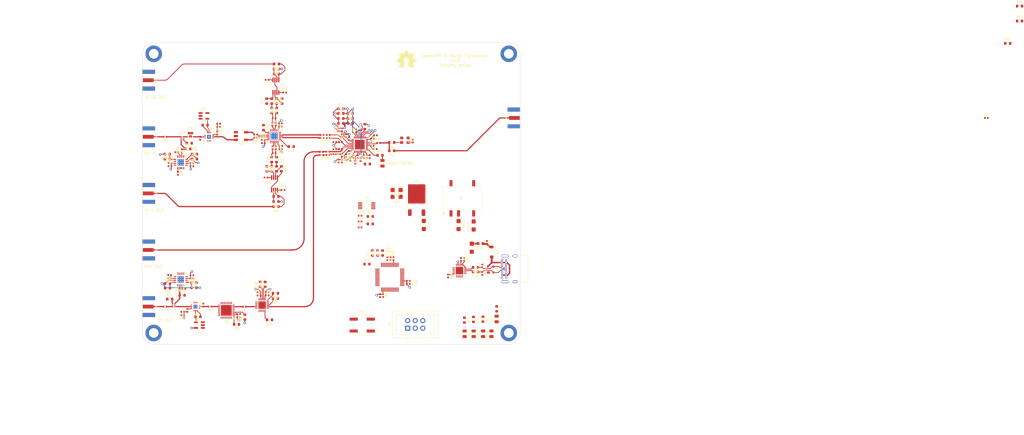
<source format=kicad_pcb>
(kicad_pcb (version 20240108) (generator "pcbnew") (generator_version "8.0")
  (title_block (title "openEPR S-Band Transceiver") (date "2024-03-16") (rev "v1.0") (company "openEPR") (comment 1 "Timothy Keller"))
  (layers (0 "F.Cu" signal) (1 "In1.Cu" signal) (2 "In2.Cu" signal) (31 "B.Cu" signal) (34 "B.Paste" user) (35 "F.Paste" user) (36 "B.SilkS" user "B.Silkscreen") (37 "F.SilkS" user "F.Silkscreen") (38 "B.Mask" user) (39 "F.Mask" user) (44 "Edge.Cuts" user))
  (net 0 "")
  (net 1 "+3.3VA")
  (net 2 "GND")
  (net 3 "Net-(U1-TEMP)")
  (net 4 "Net-(U1-VCOM)")
  (net 5 "Net-(U1-VREF)")
  (net 6 "REF_IN")
  (net 7 "Net-(U1-REFIN)")
  (net 8 "+3V3")
  (net 9 "Net-(U1-CPout)")
  (net 10 "Net-(C22-Pad1)")
  (net 11 "Net-(U1-VTUNE)")
  (net 12 "Net-(U1-RF_OUT_A+)")
  (net 13 "Net-(C30-Pad2)")
  (net 14 "Net-(C31-Pad2)")
  (net 15 "Net-(U1-RF_OUT_A-)")
  (net 16 "Net-(U1-RF_OUT_B+)")
  (net 17 "Net-(C32-Pad2)")
  (net 18 "Net-(U1-RF_OUT_B-)")
  (net 19 "Net-(C33-Pad2)")
  (net 20 "Net-(U2-~{RESET}{slash}PF6)")
  (net 21 "Net-(U3-AIN1)")
  (net 22 "Net-(U3-AIN0)")
  (net 23 "USBDP")
  (net 24 "USBDM")
  (net 25 "+5V")
  (net 26 "Net-(D8-K)")
  (net 27 "-5V")
  (net 28 "Net-(U8-RF1)")
  (net 29 "Net-(U7-RFOUT)")
  (net 30 "Net-(U10-RF_IN)")
  (net 31 "Net-(U8-RF2)")
  (net 32 "Net-(U12-RFIN-)")
  (net 33 "TX_MON")
  (net 34 "Net-(U12-RFIN+)")
  (net 35 "Net-(U12-CRMS)")
  (net 36 "Net-(U11-OUT)")
  (net 37 "TX")
  (net 38 "Net-(C77-Pad1)")
  (net 39 "Net-(C77-Pad2)")
  (net 40 "Net-(C78-Pad1)")
  (net 41 "Net-(C78-Pad2)")
  (net 42 "Net-(C79-Pad2)")
  (net 43 "Net-(U15-RFIN)")
  (net 44 "Net-(U15-RFIP)")
  (net 45 "Net-(U20-RFIN-)")
  (net 46 "RX_MON")
  (net 47 "Net-(U20-RFIN+)")
  (net 48 "RX_IN")
  (net 49 "Net-(U19-IN)")
  (net 50 "Net-(U20-CRMS)")
  (net 51 "Net-(D1-A)")
  (net 52 "Net-(D2-A)")
  (net 53 "Net-(D3-A)")
  (net 54 "VBUS")
  (net 55 "RX_LED")
  (net 56 "Net-(D5-A)")
  (net 57 "Net-(D6-A)")
  (net 58 "Net-(D7-A)")
  (net 59 "TX_LED")
  (net 60 "EXT_REF")
  (net 61 "Net-(J2-In)")
  (net 63 "UPDI")
  (net 67 "Net-(J4-CC2)")
  (net 69 "Net-(J4-CC1)")
  (net 70 "Net-(R53-Pad2)")
  (net 71 "Net-(R55-Pad2)")
  (net 72 "LO+")
  (net 73 "LO-")
  (net 74 "Net-(U10-Vdd)")
  (net 75 "Net-(U15-IHI)")
  (net 76 "Net-(U15-QLO)")
  (net 77 "Net-(U15-ILO)")
  (net 78 "Net-(U15-QHI)")
  (net 79 "Net-(U16-Vdd)")
  (net 80 "XO_REF")
  (net 81 "SYNTH_EN")
  (net 82 "Net-(U1-RSET)")
  (net 83 "Net-(R5-Pad1)")
  (net 84 "Net-(U1-SW)")
  (net 85 "LD")
  (net 86 "Net-(R10-Pad1)")
  (net 87 "RUN_LED")
  (net 88 "ERROR_LED")
  (net 89 "TX_VRMS")
  (net 90 "RX_VRMS")
  (net 91 "MOSI")
  (net 92 "Net-(U2-PA4)")
  (net 93 "Net-(U2-PA5)")
  (net 94 "MISO")
  (net 95 "Net-(U2-PA6)")
  (net 96 "SCLK")
  (net 97 "Net-(U4-USBDP)")
  (net 98 "Net-(U4-USBDM)")
  (net 99 "Net-(U7-PUP1)")
  (net 100 "Net-(U7-PUP2)")
  (net 101 "Net-(R27-Pad2)")
  (net 102 "Net-(R28-Pad2)")
  (net 103 "TX_ATTEN_LE")
  (net 104 "Net-(U8-OPT)")
  (net 105 "Net-(U8-S{slash}~{P})")
  (net 106 "Net-(U10-I_CTRL)")
  (net 107 "Net-(U10-EN)")
  (net 108 "Net-(U11-TERM)")
  (net 109 "Net-(U12-VREF)")
  (net 110 "Net-(U12-VTGT)")
  (net 111 "Net-(U12-TADJ)")
  (net 112 "Net-(R39-Pad1)")
  (net 113 "Net-(R40-Pad2)")
  (net 114 "Net-(R41-Pad2)")
  (net 115 "Net-(R42-Pad1)")
  (net 116 "Net-(U14A-+)")
  (net 117 "Net-(U14A--)")
  (net 118 "IQ_MIXER_EN")
  (net 119 "Net-(U13A-+)")
  (net 120 "Net-(U13A--)")
  (net 121 "Net-(U14B-+)")
  (net 122 "Net-(U14B--)")
  (net 123 "Net-(U13B-+)")
  (net 124 "I_IF")
  (net 125 "Net-(U13B--)")
  (net 126 "Q_IF")
  (net 127 "Net-(U16-I_CTRL)")
  (net 128 "Net-(U16-EN)")
  (net 129 "Net-(U19-TERM)")
  (net 130 "Net-(U20-VTGT)")
  (net 131 "Net-(U20-VREF)")
  (net 132 "Net-(U20-TADJ)")
  (net 134 "Net-(U16-RF_OUT)")
  (net 135 "~{SYNTH_CS}")
  (net 136 "PDB_RF")
  (net 137 "MUXOUT")
  (net 139 "C2")
  (net 140 "C1")
  (net 142 "XO_EN")
  (net 143 "DAC_VOUT")
  (net 144 "AIN2")
  (net 146 "AIN4")
  (net 147 "RX")
  (net 148 "TX_AMP_EN")
  (net 149 "C8")
  (net 151 "C16")
  (net 153 "AIN5")
  (net 154 "~{CS}")
  (net 155 "RX_AMP_EN")
  (net 157 "AIN1")
  (net 158 "AIN3")
  (net 159 "AIN7")
  (net 160 "C4")
  (net 161 "~{CS_ADC}")
  (net 163 "TX_PHASE_LE")
  (net 165 "AIN0")
  (net 185 "Net-(U10-RF_OUT)")
  (net 191 "Net-(C80-Pad2)")
  (net 192 "Net-(U16-RF_IN)")
  (net 194 "Net-(U18-RF_IN)")
  (net 200 "Net-(U15-ADJ)")
  (net 201 "SYNTH_TX")
  (footprint "Inductor_SMD:L_0603_1608Metric" (layer "F.Cu") (at 177.1905 93.091 180)
    (property "Reference" "L16")
    (property "Value" "MH1608-601Y" (hide yes))
  )
  (footprint "Capacitor_SMD:C_0402_1005Metric" (layer "F.Cu") (at 136.525 54.483 90)
    (property "Reference" "C9")
    (property "Value" "100nF" (hide yes))
  )
  (footprint "Resistor_SMD:R_0603_1608Metric" (layer "F.Cu") (at 76.8604 110.49)
    (property "Reference" "R33")
    (property "Value" "60.4" (hide yes))
  )
  (footprint "Capacitor_SMD:C_0402_1005Metric" (layer "F.Cu") (at 177.8 103.124 -90)
    (property "Reference" "C43")
    (property "Value" "47pF" (hide yes))
  )
  (footprint "B12T_MountingHole:4-40_Hole_Pad" (layer "F.Cu") (at 67.31 29.21)
    (property "Reference" "H1" (hide yes))
    (property "Value" "4-40" (hide yes))
  )
  (footprint "Capacitor_SMD:C_0402_1005Metric" (layer "F.Cu") (at 71.12 114.3 180)
    (property "Reference" "C70")
    (property "Value" "10nF" (hide yes))
  )
  (footprint "Capacitor_SMD:C_0402_1005Metric" (layer "F.Cu") (at 143.383 110.617 -90)
    (property "Reference" "C37")
    (property "Value" "100nF" (hide yes))
  )
  (footprint "Resistor_SMD:R_0603_1608Metric" (layer "F.Cu") (at 182.626 115.062 -90)
    (property "Reference" "R24")
    (property "Value" "1k" (hide yes))
  )
  (footprint "Capacitor_SMD:C_0402_1005Metric" (layer "F.Cu") (at 86.233 114.3 180)
    (property "Reference" "C60")
    (property "Value" "10nF" (hide yes))
  )
  (footprint "Inductor_SMD:L_0402_1005Metric" (layer "F.Cu") (at 78.613 115.57 90)
    (property "Reference" "L10")
    (property "Value" "100nH" (hide yes))
  )
  (footprint "Resistor_SMD:R_0603_1608Metric" (layer "F.Cu") (at 140.12 83.96)
    (property "Reference" "R13")
    (property "Value" "1k" (hide yes))
  )
  (footprint "B12T_MountingHole:4-40_Hole_Pad" (layer "F.Cu") (at 67.31 123.19)
    (property "Reference" "H3" (hide yes))
    (property "Value" "4-40" (hide yes))
  )
  (footprint "Package_CSP:LFCSP-24-1EP_4x4mm_P0.5mm_EP2.3x2.3mm_ThermalVias" (layer "F.Cu") (at 107.819 56.896 90)
    (property "Reference" "U15")
    (property "Value" "ADL5380" (hide yes))
  )
  (footprint "Resistor_SMD:R_0603_1608Metric" (layer "F.Cu") (at 113.538 60.452 180)
    (property "Reference" "R45")
    (property "Value" "10k" (hide yes))
  )
  (footprint "Resistor_SMD:R_0603_1608Metric" (layer "F.Cu") (at 175.514 101.092 180)
    (property "Reference" "R19")
    (property "Value" "27" (hide yes))
  )
  (footprint "Capacitor_SMD:C_0402_1005Metric" (layer "F.Cu") (at 131.8636 56.7182 90)
    (property "Reference" "C11")
    (property "Value" "100nF" (hide yes))
  )
  (footprint "Resistor_SMD:R_0603_1608Metric" (layer "F.Cu") (at 108.2335 109.8164 180)
    (property "Reference" "R29")
    (property "Value" "10k" (hide yes))
  )
  (footprint "Capacitor_SMD:C_0603_1608Metric" (layer "F.Cu") (at 133.3746 50.9778)
    (property "Reference" "C22")
    (property "Value" "47nF" (hide yes))
  )
  (footprint "Capacitor_SMD:C_0402_1005Metric" (layer "F.Cu") (at 102.6963 109.5116)
    (property "Reference" "C53")
    (property "Value" "100nF" (hide yes))
  )
  (footprint "Capacitor_SMD:C_0402_1005Metric" (layer "F.Cu") (at 104.1614 59.2836)
    (property "Reference" "C94")
    (property "Value" "100nF" (hide yes))
  )
  (footprint "Capacitor_SMD:C_0402_1005Metric" (layer "F.Cu") (at 125.9708 56.515 180)
    (property "Reference" "C30")
    (property "Value" "1nF" (hide yes))
  )
  (footprint "Resistor_SMD:R_0603_1608Metric" (layer "F.Cu") (at 79.248 59.309)
    (property "Reference" "R59")
    (property "Value" "50" (hide yes))
  )
  (footprint "Capacitor_SMD:C_0402_1005Metric" (layer "F.Cu") (at 110.0352 61.214 180)
    (property "Reference" "C92")
    (property "Value" "100nF" (hide yes))
  )
  (footprint "Capacitor_SMD:C_0402_1005Metric" (layer "F.Cu") (at 105.0568 70.8636 180)
    (property "Reference" "C74")
    (property "Value" "100nF" (hide yes))
  )
  (footprint "Connector_USB:USB_C_Receptacle_GCT_USB4085" (layer "F.Cu") (at 184.443 104.575 90)
    (property "Reference" "J4")
    (property "Value" "USB_C_Receptacle_USB2.0_16P" (hide yes))
  )
  (footprint "Capacitor_SMD:C_0402_1005Metric" (layer "F.Cu") (at 101.6 56.388 180)
    (property "Reference" "C79")
    (property "Value" "10nF" (hide yes))
  )
  (footprint "Inductor_SMD:L_0402_1005Metric" (layer "F.Cu") (at 123.6848 63.3222 180)
    (property "Reference" "L8")
    (property "Value" "1.9nH" (hide yes))
  )
  (footprint "Inductor_SMD:L_0402_1005Metric" (layer "F.Cu") (at 108.3064 52.8828 90)
    (property "Reference" "L12")
    (property "Value" "200nH" (hide yes))
  )
  (footprint "Capacitor_SMD:C_0402_1005Metric" (layer "F.Cu") (at 72.771 67.056)
    (property "Reference" "C86")
    (property "Value" "100nF" (hide yes))
  )
  (footprint "Capacitor_SMD:C_0402_1005Metric" (layer "F.Cu") (at 80.137 104.775 180)
    (property "Reference" "C66")
    (property "Value" "100pF" (hide yes))
  )
  (footprint "Resistor_SMD:R_0603_1608Metric" (layer "F.Cu") (at 106.9872 64.8184 90)
    (property "Reference" "R39")
    (property "Value" "0" (hide yes))
  )
  (footprint "Capacitor_SMD:C_0402_1005Metric" (layer "F.Cu") (at 110.0352 60.198 180)
    (property "Reference" "C93")
    (property "Value" "100pF" (hide yes))
  )
  (footprint "Inductor_SMD:L_0402_1005Metric" (layer "F.Cu") (at 130.1136 61.2902 180)
    (property "Reference" "L3")
    (property "Value" "7.5nH" (hide yes))
  )
  (footprint "Resistor_SMD:R_0603_1608Metric" (layer "F.Cu") (at 105.2814 45.1358 90)
    (property "Reference" "R50")
    (property "Value" "430" (hide yes))
  )
  (footprint "Capacitor_SMD:C_0402_1005Metric" (layer "F.Cu") (at 125.8692 63.2714 180)
    (property "Reference" "C33")
    (property "Value" "1nF" (hide yes))
  )
  (footprint "Capacitor_SMD:C_0402_1005Metric" (layer "F.Cu") (at 75.9968 108.8136 90)
    (property "Reference" "C63")
    (property "Value" "10nF" (hide yes))
  )
  (footprint "Oscillator:Oscillator_SMD_EuroQuartz_XO32-4Pin_3.2x2.5mm" (layer "F.Cu") (at 151.765 58.306 -90)
    (property "Reference" "X1")
    (property "Value" "XO32" (hide yes))
  )
  (footprint "Capacitor_SMD:C_0402_1005Metric" (layer "F.Cu") (at 141.859 56.642 180)
    (property "Reference" "C19")
    (property "Value" "100nF" (hide yes))
  )
  (footprint "Resistor_SMD:R_0603_1608Metric" (layer "F.Cu") (at 354.425 25.7)
    (property "Reference" "R20")
    (property "Value" "5.1k" (hide yes))
  )
  (footprint "Package_DFN_QFN:QFN-32-1EP_5x5mm_P0.5mm_EP3.6x3.6mm" (layer "F.Cu") (at 91.731 115.566 180)
    (property "Reference" "U8")
    (property "Value" "PE44820" (hide yes))
  )
  (footprint "Capacitor_SMD:C_0402_1005Metric" (layer "F.Cu") (at 77.089 117.221 180)
    (property "Reference" "C62")
    (property "Value" "10pF" (hide yes))
  )
  (footprint "Capacitor_SMD:C_0402_1005Metric" (layer "F.Cu") (at 72.771 66.04)
    (property "Reference" "C87")
    (property "Value" "100pF" (hide yes))
  )
  (footprint "Resistor_SMD:R_0603_1608Metric" (layer "F.Cu") (at 110.2384 67.9172 -90)
    (property "Reference" "R49")
    (property "Value" "430" (hide yes))
  )
  (footprint "Capacitor_SMD:C_0402_1005Metric" (layer "F.Cu") (at 154.432 58.56 90)
    (property "Reference" "C1")
    (property "Value" "100nF" (hide yes))
  )
  (footprint "Resistor_SMD:R_0603_1608Metric" (layer "F.Cu") (at 358.435 18.17)
    (property "Reference" "R23")
    (property "Value" "1k" (hide yes))
  )
  (footprint "Diode_SMD:D_SOD-123" (layer "F.Cu") (at 180.9535 95.9075 -90)
    (property "Reference" "D8")
    (property "Value" "1N5819" (hide yes))
  )
  (footprint "Inductor_SMD:L_0402_1005Metric" (layer "F.Cu") (at 107.2094 52.8828 90)
    (property "Reference" "L14")
    (property "Value" "200nH" (hide yes))
  )
  (footprint "Capacitor_Tantalum_SMD:CP_EIA-3216-18_Kemet-A" (layer "F.Cu") (at 158.115 86.833 -90)
    (property "Reference" "C49")
    (property "Value" "10uF" (hide yes))
  )
  (footprint "Package_SO:MSOP-8_3x3mm_P0.65mm" (layer "F.Cu") (at 107.9274 72.9722 -90)
    (property "Reference" "U14")
    (property "Value" "LT1819" (hide yes))
  )
  (footprint "Capacitor_Tantalum_SMD:CP_EIA-3216-18_Kemet-A" (layer "F.Cu") (at 148.971 75.057 180)
    (property "Reference" "C50")
    (property "Value" "10uF" (hide yes))
  )
  (footprint "Package_CSP:LFCSP-32-1EP_5x5mm_P0.5mm_EP3.25x3.25mm" (layer "F.Cu") (at 136.588 59.7662 -90)
    (property "Reference" "U1")
    (property "Value" "ADF4351" (hide yes))
  )
  (footprint "Resistor_SMD:R_0603_1608Metric" (layer "F.Cu") (at 108.581 32.639 180)
    (property "Reference" "R58")
    (property "Value" "0" (hide yes))
  )
  (footprint "Capacitor_SMD:C_0402_1005Metric" (layer "F.Cu") (at 80.137 67.056)
    (property "Reference" "C89")
    (property "Value" "100nF" (hide yes))
  )
  (footprint "Capacitor_SMD:C_0402_1005Metric" (layer "F.Cu") (at 136.68 83.69)
    (property "Reference" "C39")
    (property "Value" "10nF" (hide yes))
  )
  (footprint "Capacitor_SMD:C_0402_1005Metric" (layer "F.Cu") (at 135.382 55.118 90)
    (property "Reference" "C10")
    (property "Value" "10pF" (hide yes))
  )
  (footprint "Connector_IDC:IDC-Header_2x03_P2.54mm_Vertical" (layer "F.Cu") (at 152.7 121.571 90)
    (property "Reference" "J3")
    (property "Value" "AVR-UPDI-6" (hide yes))
  )
  (footprint "Inductor_SMD:L_0402_1005Metric" (layer "F.Cu") (at 83.97 113.792 90)
    (property "Reference" "L9")
    (property "Value" "100nH" (hide yes))
  )
  (footprint "Capacitor_SMD:C_0402_1005Metric" (layer "F.Cu") (at 125.9708 57.531 180)
    (property "Reference" "C31")
    (property "Value" "1nF" (hide yes))
  )
  (footprint "Resistor_SMD:R_0603_1608Metric" (layer "F.Cu") (at 71.945 106.553)
    (property "Reference" "R35")
    (property "Value" "3.74" (hide yes))
  )
  (footprint "Resistor_SMD:R_0603_1608Metric" (layer "F.Cu") (at 71.882 64.643)
    (property "Reference" "R63")
    (property "Value" "270" (hide yes))
  )
  (footprint "Resistor_SMD:R_0603_1608Metric" (layer "F.Cu") (at 82.169 117.729 180)
    (property "Reference" "R32")
    (property "Value" "3.92k" (hide yes))
  )
  (footprint "Capacitor_SMD:C_0402_1005Metric" (layer "F.Cu") (at 142.9152 59.2074)
    (property "Reference" "C8")
    (property "Value" "10nF" (hide yes))
  )
  (footprint "Capacitor_SMD:C_0402_1005Metric" (layer "F.Cu") (at 166.271 104.013 -90)
    (property "Reference" "C46")
    (property "Value" "100nF" (hide yes))
  )
  (footprint "Resistor_SMD:R_0603_1608Metric" (layer "F.Cu") (at 108.581 35.9918)
    (property "Reference" "R55")
    (property "Value" "430" (hide yes))
  )
  (footprint "Capacitor_SMD:C_0402_1005Metric" (layer "F.Cu") (at 110.7972 75.08)
    (property "Reference" "C73")
    (property "Value" "100nF" (hide yes))
  )
  (footprint "Inductor_SMD:L_0402_1005Metric" (layer "F.Cu") (at 107.2642 60.856 -90)
    (property "Reference" "L11")
    (property "Value" "200nH" (hide yes))
  )
  (footprint "Capacitor_SMD:C_0402_1005Metric" (layer "F.Cu") (at 135.1148 65.7098 90)
    (property "Reference" "C2")
    (property "Value" "100nF" (hide yes))
  )
  (footprint "Resistor_SMD:R_0603_1608Metric" (layer "F.Cu") (at 106.9872 67.9172 90)
    (property "Reference" "R43")
    (property "Value" "200" (hide yes))
  )
  (footprint "Inductor_SMD:L_0402_1005Metric" (layer "F.Cu") (at 108.331 60.856 -90)
    (property "Reference" "L13")
    (property "Value" "200nH" (hide yes))
  )
  (footprint "Resistor_SMD:R_0603_1608Metric" (layer "F.Cu") (at 139.1534 66.3194)
    (property "Reference" "R4")
    (property "Value" "4.7k" (hide yes))
  )
  (footprint "Resistor_SMD:R_0603_1608Metric" (layer "F.Cu") (at 108.6474 45.1358 -90)
    (property "Reference" "R48")
    (property "Value" "200" (hide yes))
  )
  (footprint "Package_TO_SOT_SMD:SOT-23-5" (layer "F.Cu") (at 82.677 120.523 180)
    (property "Reference" "U9")
    (property "Value" "SN74LVC1G125DCK" (hide yes))
  )
  (footprint "Package_DFN_QFN:QFN-16-1EP_4x4mm_P0.65mm_EP2.1x2.1mm_ThermalVias" (layer "F.Cu") (at 76.409 65.745)
    (property "Reference" "U20")
    (property "Value" "ADL5906" (hide yes))
  )
  (footprint "Resistor_SMD:R_0603_1608Metric" (layer "F.Cu") (at 147.32 61.849 180)
    (property "Reference" "R2")
    (property "Value" "0" (hide yes))
  )
  (footprint "_tim-RF-Mini-Circuits:JC0603C" (layer "F.Cu") (at 76.943 57.666)
    (property "Reference" "U19")
    (property "Value" "DCW-22-332+" (hide yes))
  )
  (footprint "B12T_MountingHole:4-40_Hole_Pad" (layer "F.Cu") (at 186.69 29.21)
    (property "Reference" "H2" (hide yes))
    (property "Value" "4-40" (hide yes))
  )
  (footprint "Resistor_SMD:R_0603_1608Metric" (layer "F.Cu") (at 140.843 96.266 90)
    (property "Reference" "R17")
    (property "Value" "27" (hide yes))
  )
  (footprint "Capacitor_SMD:C_0402_1005Metric" (layer "F.Cu") (at 179.324 92.71 -90)
    (property "Reference" "C47")
    (property "Value" "100nF" (hide yes))
  )
  (footprint "Resistor_SMD:R_0603_1608Metric" (layer "F.Cu") (at 130.238 47.7266)
    (property "Reference" "R5")
    (property "Value" "0" (hide yes))
  )
  (footprint "Capacitor_SMD:C_0402_1005Metric" (layer "F.Cu") (at 71.12 57.15 180)
    (property "Reference" "C85")
    (property "Value" "10nF" (hide yes))
  )
  (footprint "Capacitor_SMD:C_0402_1005Metric" (layer "F.Cu") (at 145.923 98.171 -90)
    (property "Reference" "C96")
    (property "Value" "100nF" (hide yes))
  )
  (footprint "Capacitor_SMD:C_0402_1005Metric" (layer "F.Cu") (at 152.908 105.664 180)
    (property "Reference" "C36")
    (property "Value" "10nF" (hide yes))
  )
  (footprint "Connector_Coaxial:SMA_Samtec_SMA-J-P-X-ST-EM1_EdgeMount" (layer "F.Cu") (at 65.659 114.3 -90)
    (property "Reference" "J5" (hide yes))
    (property "Value" "SMA" (hide yes))
  )
  (footprint "LED_SMD:LED_0805_2012Metric" (layer "F.Cu") (at 178.054 123.444 90)
    (property "Reference" "D5")
    (property "Value" "150080VS75000" (hide yes))
  )
  (footprint "Resistor_SMD:R_0603_1608Metric" (layer "F.Cu") (at 140.12 86.47)
    (property "Reference" "R14")
    (property "Value" "1k" (hide yes))
  )
  (footprint "Resistor_SMD:R_0603_1608Metric" (layer "F.Cu") (at 174.816 118.618 -90)
    (property "Reference" "R12")
    (property "Value" "1k" (hide yes))
  )
  (footprint "Inductor_SMD:L_0402_1005Metric" (layer "F.Cu") (at 123.6848 62.2046 180)
    (property "Reference" "L7")
    (property "Value" "1.9nH" (hide yes))
  )
  (footprint "Capacitor_SMD:C_0402_1005Metric" (layer "F.Cu") (at 89.143 52.705 180)
    (property "Reference" "C81")
    (property "Value" "100nF" (hide yes))
  )
  (footprint "Capacitor_SMD:C_0402_1005Metric" (layer "F.Cu") (at 109.9018 53.6448 180)
    (property "Reference" "C76")
    (property "Value" "100pF" (hide yes))
  )
  (footprint "Capacitor_SMD:C_0402_1005Metric" (layer "F.Cu") (at 152.908 106.68 180)
    (property "Reference" "C35")
    (property "Value" "100nF" (hide yes))
  )
  (footprint "Capacitor_SMD:C_0402_1005Metric" (layer "F.Cu") (at 133.032 57.8358 90)
    (property "Reference" "C12")
    (property "Value" "10pF" (hide yes))
  )
  (footprint "Capacitor_SMD:C_0402_1005Metric" (layer "F.Cu") (at 129.4532 65.306 -90)
    (property "Reference" "C28")
    (property "Value" "100nF" (hide yes))
  )
  (footprint "LED_SMD:LED_0805_2012Metric" (layer "F.Cu") (at 174.871 123.444 90)
    (property "Reference" "D3")
    (property "Value" "150080SS75000" (hide yes))
  )
  (footprint "Resistor_SMD:R_0603_1608Metric" (layer "F.Cu") (at 95.1546 120.2808 180)
    (property "Reference" "R30")
    (property "Value" "10k" (hide yes))
  )
  (footprint "Capacitor_SMD:C_0402_1005Metric" (layer "F.Cu") (at 105.4395 110.5276)
    (property "Reference" "C56")
    (property "Value" "100pF" (hide yes))
  )
  (footprint "Capacitor_SMD:C_0402_1005Metric" (layer "F.Cu") (at 111.3546 42.2402)
    (property "Reference" "C71")
    (property "Value" "100nF" (hide yes))
  )
  (footprint "Resistor_SMD:R_0603_1608Metric" (layer "F.Cu") (at 143.383 63.373)
    (property "Reference" "R9")
    (property "Value" "1k" (hide yes))
  )
  (footprint "Button_Switch_SMD:SW_SPST_B3SL-1002P" (layer "F.Cu") (at 137.414 120.523)
    (property "Reference" "SW1")
    (property "Value" "SW_Push" (hide yes))
  )
  (footprint "Capacitor_SMD:C_0402_1005Metric" (layer "F.Cu") (at 80.137 66.04)
    (property "Reference" "C90")
    (property "Value" "100pF" (hide yes))
  )
  (footprint "Capacitor_SMD:C_0402_1005Metric" (layer "F.Cu") (at 133.032 62.4078 -90)
    (property "Reference" "C14")
    (property "Value" "10pF" (hide yes))
  )
  (footprint "Connector_Coaxial:SMA_Samtec_SMA-J-P-X-ST-EM1_EdgeMount" (layer "F.Cu") (at 65.659 57.15 -90)
    (property "Reference" "J8" (hide yes))
    (property "Value" "SMA" (hide yes))
  )
  (footprint "B12T_MountingHole:4-40_Hole_Pad" (layer "F.Cu") (at 186.69 123.19)
    (property "Reference" "H4" (hide yes))
    (property "Value" "4-40" (hide yes))
  )
  (footprint "Package_SO:MSOP-10_3x3mm_P0.5mm" (layer "F.Cu") (at 138.92 80.33)
    (property "Reference" "U3")
    (property "Value" "ADS1118IDGS" (hide yes))
  )
  (footprint "Capacitor_SMD:C_0402_1005Metric" (layer "F.Cu") (at 105.4395 109.4608)
    (property "Reference" "C55")
    (property "Value" "100nF" (hide yes))
  )
  (footprint "Resistor_SMD:R_0603_1608Metric" (layer "F.Cu") (at 108.581 34.3408 180)
    (property "Reference" "R54")
    (property "Value" "200" (hide yes))
  )
  (footprint "Resistor_SMD:R_0603_1608Metric" (layer "F.Cu") (at 147.32 59.055 180)
    (property "Reference" "R1")
    (property "Value" "0" (hide yes))
  )
  (footprint "Inductor_SMD:L_0402_1005Metric" (layer "F.Cu") (at 88.658 55.903 -90)
    (property "Reference" "L15")
    (property "Value" "100nH" (hide yes))
  )
  (footprint "Capacitor_SMD:C_0402_1005Metric" (layer "F.Cu") (at 137.9088 63.8302 90)
    (property "Reference" "C5")
    (property "Value" "10pF" (hide yes))
  )
  (footprint "Resistor_SMD:R_0603_1608Metric" (layer "F.Cu") (at 144.272 96.266 90)
    (property "Reference" "R15")
    (property "Value" "27" (hide yes))
  )
  (footprint "Capacitor_SMD:C_0402_1005Metric" (layer "F.Cu") (at 136.68 85.66)
    (property "Reference" "C40")
    (property "Value" "10nF" (hide yes))
  )
  (footprint "_tim-RF:DFN-2-2.3x2.3" (layer "F.Cu") (at 79.658 56.478)
    (property "Reference" "U18")
    (property "Value" "SKY16603-632LF" (hide yes))
  )
  (footprint "Capacitor_SMD:C_0402_1005Metric" (layer "F.Cu") (at 107.78 50.8508 180)
    (property "Reference" "C78")
    (property "Value" "3pF" (hide yes))
  )
  (footprint "Inductor_SMD:L_0402_1005Metric" (layer "F.Cu") (at 130.5708 56.769 90)
    (property "Reference" "L1")
    (property "Value" "7.5nH" (hide yes))
  )
  (footprint "Capacitor_SMD:C_0402_1005Metric" (layer "F.Cu") (at 72.644 104.775 180)
    (property "Reference" "C69")
    (property "Value" "100pF" (hide yes))
  )
  (footprint "Resistor_SMD:R_0603_1608Metric" (layer "F.Cu") (at 106.9964 45.1358 -90)
    (property "Reference" "R47")
    (property "Value" "200" (hide yes))
  )
  (footprint "Resistor_SMD:R_0603_1608Metric" (layer "F.Cu") (at 105.3616 67.9172 -90)
    (property "Reference" "R46")
    (property "Value" "430" (hide yes))
  )
  (footprint "Package_DFN_QFN:QFN-20-1EP_4x4mm_P0.5mm_EP2.5x2.5mm" (layer "F.Cu") (at 170.1123 102.1972 90)
    (property "Reference" "U4")
    (property "Value" "FT231XQ" (hide yes))
  )
  (footprint "Resistor_SMD:R_0603_1608Metric" (layer "F.Cu") (at 130.2258 50.9778)
    (property "Reference" "R6")
    (property "Value" "360" (hide yes))
  )
  (footprint "Resistor_SMD:R_0603_1608Metric" (layer "F.Cu") (at 106.2523 118.7572 180)
    (property "Reference" "R28")
    (property "Value" "10k" (hide yes))
  )
  (footprint "Resistor_SMD:R_0603_1608Metric" (layer "F.Cu") (at 84.582 53.213)
    (property "Reference" "R57")
    (property "Value" "3.92k" (hide yes))
  )
  (footprint "Capacitor_SMD:C_0402_1005Metric" (layer "F.Cu") (at 147.927 98.171 -90)
    (property "Reference" "C34")
    (property "Value" "100nF" (hide yes))
  )
  (footprint "Resistor_SMD:R_0603_1608Metric" (layer "F.Cu") (at 80.835 107.95)
    (property "Reference" "R36")
    (property "Value" "1.5k" (hide yes))
  )
  (footprint "Resistor_SMD:R_0603_1608Metric" (layer "F.Cu") (at 81.026 64.643)
    (property "Reference" "R61")
    (property "Value" "3.74" (hide yes))
  )
  (footprint "Inductor_SMD:L_0402_1005Metric" (layer "F.Cu") (at 82.931 57.658 -90)
    (property "Reference" "L17")
    (property "Value" "100nH" (hide yes))
  )
  (footprint "Capacitor_SMD:C_0402_1005Metric" (layer "F.Cu") (at 102.6963 110.5784)
    (property "Reference" "C54")
    (property "Value" "100pF" (hide yes))
  )
  (footprint "Capacitor_SMD:C_0402_1005Metric" (layer "F.Cu") (at 97.818 114.3372 180)
    (property "Reference" "C57")
    (property "Value" "10nF" (hide yes))
  )
  (footprint "Resistor_SMD:R_0603_1608Metric" (layer "F.Cu") (at 175.514 102.616 180)
    (property "Reference" "R18")
    (property "Value" "27" (hide yes))
  )
  (footprint "Capacitor_SMD:C_0402_1005Metric" (layer "F.Cu") (at 133.4384 64.7446 90)
    (property "Reference" "C15")
    (property "Value" "100nF" (hide yes))
  )
  (footprint "Inductor_SMD:L_0402_1005Metric" (layer "F.Cu") (at 130.1084 58.9534)
    (property "Reference" "L2")
    (property "Value" "7.5nH" (hide yes))
  )
  (footprint "Resistor_SMD:R_0603_1608Metric" (layer "F.Cu") (at 108.435 77.2136)
    (property "Reference" "R53")
    (property "Value" "430" (hide yes))
  )
  (footprint "Resistor_SMD:R_0603_1608Metric" (layer "F.Cu") (at 108.6128 67.9172 90)
    (property "Reference" "R44")
    (property "Value" "200" (hide yes))
  )
  (footprint "Capacitor_SMD:C_0402_1005Metric" (layer "F.Cu") (at 135.8768 63.8302 90)
    (property "Reference" "C3")
    (property "Value" "10pF" (hide yes))
  )
  (footprint "Resistor_SMD:R_0603_1608Metric" (layer "F.Cu") (at 130.238 52.6542 180)
    (property "Reference" "R7")
    (property "Value" "0" (hide yes))
  )
  (footprint "Resistor_SMD:R_0603_1608Metric" (layer "F.Cu") (at 103.1027 106.8192 90)
    (property "Reference" "R26")
    (property "Value" "10k" (hide yes))
  )
  (footprint "Resistor_SMD:R_0603_1608Metric" (layer "F.Cu") (at 81.026 62.992)
    (property "Reference" "R64")
    (property "Value" "2k" (hide yes))
  )
  (footprint "Resistor_SMD:R_0603_1608Metric" (layer "F.Cu") (at 142.621 96.266 90)
    (property "Reference" "R16")
    (property "Value" "27" (hide yes))
  )
  (footprint "Capacitor_Tantalum_SMD:CP_EIA-3216-18_Kemet-A" (layer "F.Cu") (at 169.799 86.868 -90)
    (property "Reference" "C51")
    (property "Value" "4.7uF" (hide yes))
  )
  (footprint "Symbol:OSHW-Symbol_6.7x6mm_SilkScreen" (layer "F.Cu") (at 152.273 31.115)
    (property "Reference" "REF**" (hide yes))
    (property "Value" "OSHW-Symbol_6.7x6mm_SilkScreen" (hide yes))
  )
  (footprint "Capacitor_SMD:C_0402_1005Metric" (layer "F.Cu") (at 125.8692 62.1538 180)
    (property "Reference" "C32")
    (property "Value" "1nF" (hide yes))
  )
  (footprint "Capacitor_Tantalum_SMD:CP_EIA-3216-18_Kemet-A" (layer "F.Cu") (at 174.244 94.488 -90)
    (property "Reference" "C48")
    (property "Value" "10uF" (hide yes))
  )
  (footprint "Inductor_SMD:L_0402_1005Metric" (layer "F.Cu") (at 123.888 57.531 180)
    (property "Reference" "L6")
    (property "Value" "1.9nH" (hide yes))
  )
  (footprint "Package_SO:MSOP-8_3x3mm_P0.65mm" (layer "F.Cu") (at 108.3704 40.1023 -90)
    (property "Reference" "U13")
    (property "Value" "LT1819" (hide yes))
  )
  (footprint "Resistor_SMD:R_0603_1608Metric" (layer "F.Cu") (at 110.4254 45.1358 90)
    (property "Reference" "R52")
    (property "Value" "430" (hide yes))
  )
  (footprint "Capacitor_SMD:C_0402_1005Metric" (layer "F.Cu") (at 107.8 62.634 180)
    (property "Reference" "C77")
    (property "Value" "3pF" (hide yes))
  )
  (footprint "_tim-DC-DC:IES0105S05-H" (layer "F.Cu") (at 171.069 77.851 90)
    (property "Reference" "U6")
    (property "Value" "IES0105S05-H" (hide yes))
  )
  (footprint "Resistor_SMD:R_0603_1608Metric" (layer "F.Cu") (at 171.768 118.872 -90)
    (property "Reference" "R11")
    (property "Value" "1k" (hide yes))
  )
  (footprint "Capacitor_SMD:C_0402_1005Metric" (layer "F.Cu") (at 80.137 103.759 180)
    (property "Reference" "C65")
    (property "Value" "100nF" (hide yes))
  )
  (footprint "Package_DFN_QFN:QFN-16-1EP_4x4mm_P0.65mm_EP2.1x2.1mm_ThermalVias" (layer "F.Cu") (at 76.4228 105.1658 180)
    (property "Reference" "U12")
    (property "Value" "ADL5906" (hide yes))
  )
  (footprint "Capacitor_SMD:C_0402_1005Metric" (layer "F.Cu") (at 76.708 61.849 -90)
    (property "Reference" "C83")
    (property "Value" "10nF" (hide yes))
  )
  (footprint "Resistor_SMD:R_0603_1608Metric" (layer "F.Cu") (at 106.9964 48.3108 -90)
    (property "Reference" "R42")
    (property "Value" "0" (hide yes))
  )
  (footprint "Capacitor_SMD:C_0402_1005Metric" (layer "F.Cu") (at 136.68 87.63)
    (property "Reference" "C41")
    (property "Value" "100nF" (hide yes))
  )
  (footprint "Resistor_SMD:R_0603_1608Metric" (layer "F.Cu") (at 358.435 13.15)
    (property "Reference" "R21")
    (property "Value" "5.1k" (hide yes))
  )
  (footprint "Capacitor_SMD:C_0402_1005Metric" (layer "F.Cu") (at 128.178 58.9534 180)
    (property "Reference" "C26")
    (property "Value" "120pF" (hide yes))
  )
  (footprint "Capacitor_SMD:C_0402_1005Metric" (layer "F.Cu") (at 130.5936 54.7878 90)
    (property "Reference" "C24")
    (property "Value" "120pF" (hide yes))
  )
  (footprint "Capacitor_SMD:C_0402_1005Metric" (layer "F.Cu") (at 130.5428 65.3034 -90)
    (property "Reference" "C29")
    (property "Value" "120pF" (hide yes))
  )
  (footprint "Capacitor_SMD:C_0402_1005Metric" (layer "F.Cu") (at 89.143 53.749 180)
    (property "Reference" "C82")
    (property "Value" "10pF" (hide yes))
  )
  (footprint "Capacitor_SMD:C_0402_1005Metric" (layer "F.Cu") (at 77.47 108.3564)
    (property "Reference" "C64")
    (property "Value" "10nF" (hide yes))
  )
  (footprint "LED_SMD:LED_0805_2012Metric" (layer "F.Cu") (at 180.848 123.444 90)
    (property "Reference" "D6")
    (property "Value" "150080VS75000" (hide yes))
  )
  (footprint "Capacitor_SMD:C_0402_1005Metric" (layer "F.Cu") (at 144.399 110.617 -90)
    (property "Reference" "C38")
    (property "Value" "10nF" (hide yes))
  )
  (footprint "Capacitor_SMD:C_0402_1005Metric" (layer "F.Cu") (at 146.939 98.171 -90)
    (property "Reference" "C97")
    (property "Value" "10nF" (hide yes))
  )
  (footprint "Inductor_SMD:L_0402_1005Metric" (layer "F.Cu") (at 123.888 56.515 180)
    (property "Reference" "L5")
    (property "Value" "1.9nH" (hide yes))
  )
  (footprint "Resistor_SMD:R_0603_1608Metric" (layer "F.Cu") (at 108.2335 111.5436 180)
    (property "Reference" "R27")
    (property "Value" "10k" (hide yes))
  )
  (footprint "Transformer_SMD:Transformer_MACOM_SM-22" (layer "F.Cu") (at 96.647 56.896 180)
    (property "Reference" "TR1")
    (property "Value" "ETC1-1-13" (hide yes))
  )
  (footprint "Resistor_SMD:R_0603_1608Metric" (layer "F.Cu") (at 80.835 106.299 180)
    (property "Reference" "R37")
    (property "Value" "270" (hide yes))
  )
  (footprint "Capacitor_Tantalum_SMD:CP_EIA-3216-18_Kemet-A" (layer "F.Cu") (at 174.879 86.995 90)
    (property "Reference" "C52")
    (property "Value" "10uF" (hide yes))
  )
  (footprint "Capacitor_SMD:C_0402_1005Metric" (layer "F.Cu") (at 136.842 64.8462 90)
    (property "Reference" "C4")
    (property "Value" "100nF" (hide yes))
  )
  (footprint "Capacitor_SMD:C_0402_1005Metric" (layer "F.Cu") (at 101.6 57.404 180)
    (property "Reference" "C80")
    (property "Value" "10nF" (hide yes))
  )
  (footprint "Capacitor_SMD:C_0402_1005Metric" (layer "F.Cu") (at 129.4532 54.7878 90)
    (property "Reference" "C25")
    (property "Value" "100nF" (hide yes))
  )
  (footprint "Connector_Coaxial:SMA_Samtec_SMA-J-P-X-ST-EM1_EdgeMount" (layer "F.Cu") (at 188.3775 50.8 90)
    (property "Reference" "J1")
    (property "Value" "SMA" (hide yes))
  )
  (footprint "Package_TO_SOT_SMD:SOT-23-5" (layer "F.Cu") (at 84.1955 50.104)
    (property "Reference" "U17")
    (property "Value" "SN74LVC1G125DCK" (hide yes))
  )
  (footprint "Capacitor_SMD:C_0402_1005Metric" (layer "F.Cu") (at 171.704 98.397 -90)
    (property "Reference" "C44")
    (property "Value" "100nF" (hide yes))
  )
  (footprint "Capacitor_SMD:C_0402_1005Metric" (layer "F.Cu") (at 134.4544 63.7794 90)
    (property "Reference" "C16")
    (property "Value" "10pF" (hide yes))
  )
  (footprint "Resistor_SMD:R_0603_1608Metric" (layer "F.Cu") (at 108.435 80.6426 180)
    (property "Reference" "R56")
    (property "Value" "0" (hide yes))
  )
  (footprint "Resistor_SMD:R_0603_1608Metric" (layer "F.Cu") (at 104.2122 54.0512 -90)
    (property "Reference" "R65")
    (property "Value" "1.5k" (hide yes))
  )
  (footprint "Resistor_SMD:R_0603_1608Metric" (layer "F.Cu") (at 97.9486 117.8424 90)
    (property "Reference" "R31")
    (property "Value" "10k" (hide yes))
  )
  (footprint "Capacitor_SMD:C_0603_1608Metric" (layer "F.Cu") (at 130.225 49.3014)
    (property "Reference" "C23")
    (property "Value" "680pF" (hide yes))
  )
  (footprint "Capacitor_SMD:C_0402_1005Metric" (layer "F.Cu") (at 139.9408 63.8302 90)
    (property "Reference" "C6")
    (property "Value" "100nF" (hide yes))
  )
  (footprint "Capacitor_SMD:C_0402_1005Metric" (layer "F.Cu") (at 177.8 100.612 90)
    (property "Reference" "C42")
    (property "Value" "47pF" (hide yes))
  )
  (footprint "Resistor_SMD:R_0603_1608Metric" (layer "F.Cu") (at 108.6464 48.3108 90)
    (property "Reference" "R40")
    (property "Value" "0" (hide yes))
  )
  (footprint "Resistor_SMD:R_0603_1608Metric" (layer "F.Cu") (at 71.882 62.992 180)
    (property "Reference" "R62")
    (property "Value" "1.5k" (hide yes))
  )
  (footprint "Inductor_SMD:L_0402_1005Metric" (layer "F.Cu") (at 130.5428 63.3222 90)
    (property "Reference" "L4")
    (property "Value" "7.5nH" (hide yes))
  )
  (footprint "Connector_Coaxial:SMA_Samtec_SMA-J-P-X-ST-EM1_EdgeMount" (layer "F.Cu") (at 65.659 95.25 -90)
    (property "Reference" "J2" (hide yes))
    (property "Value" "SMA" (hide yes))
  )
  (footprint "Capacitor_SMD:C_0402_1005Metric" (layer "F.Cu") (at 140.843 57.785 180)
    (property "Reference" "C20")
    (property "Value" "10pF" (hide yes))
  )
  (footprint "_tim-RF-Mini-Circuits:DQ1225" (layer "F.Cu") (at 85.898 57.15)
    (property "Reference" "U16")
    (property "Value" "TSS-53LNB3+" (hide yes))
  )
  (footprint "Capacitor_SMD:C_0402_1005Metric" (layer "F.Cu") (at 95.8658 116.8264 180)
    (property "Reference" "C59")
    (property "Value" "100pF" (hide yes))
  )
  (footprint "LED_SMD:LED_0805_2012Metric" (layer "F.Cu") (at 144.2157 66.0454 90)
    (property "Reference" "D1")
    (property "Value" "150080VS75000" (hide yes))
  )
  (footprint "Resistor_SMD:R_0603_1608Metric" (layer "F.Cu") (at 108.6128 64.8184 -90)
    (property "Reference" "R41")
    (property "Value" "0" (hide yes))
  )
  (footprint "Resistor_SMD:R_0603_1608Metric" (layer "F.Cu") (at 133.3754 49.3014 180)
    (property "Reference" "R8")
    (property "Value" "1k" (hide yes))
  )
  (footprint "Connector_Coaxial:SMA_Samtec_SMA-J-P-X-ST-EM1_EdgeMount" (layer "F.Cu") (at 65.659 76.2 -90)
    (property "Reference" "J7" (hide yes))
    (property "Value" "SMA" (hide yes))
  )
  (footprint "Resistor_SMD:R_0603_1608Metric" (layer "F.Cu") (at 71.945 108.077 180)
    (property "Reference" "R38")
    (property "Value" "2k" (hide yes))
  )
  (footprint "Package_DFN_QFN:QFN-20-1EP_4x4mm_P0.5mm_EP2.5x2.5mm" (layer "F.Cu") (at 103.743 113.8 180)
    (property "Reference" "U7")
    (property "Value" "DAT-31A+" (hide yes))
  )
  (footprint "Capacitor_SMD:C_0603_1608Metric" (layer "F.Cu") (at 133.3876 52.6034)
    (property "Reference" "C21")
    (property "Value" "2.7nF" (hide yes))
  )
  (footprint "Capacitor_SMD:C_0402_1005Metric" (layer "F.Cu") (at 105.411 37.973 180)
    (property "Reference" "C72")
    (property "Value" "100nF" (hide yes))
  )
  (footprint "Resistor_SMD:R_0603_1608Metric" (layer "F.Cu") (at 139.002 99.998)
    (property "Reference" "R10")
    (property "Value" "1k" (hide yes))
  )
  (footprint "Capacitor_SMD:C_0402_1005Metric" (layer "F.Cu") (at 95.8658 117.8424 180)
    (property "Reference" "C58")
    (property "Value" "100nF" (hide yes))
  )
  (footprint "Resistor_SMD:R_0603_1608Metric" (layer "F.Cu") (at 104.7791 106.8192 90)
    (property "Reference" "R25")
    (property "Value" "10k" (hide yes))
  )
  (footprint "Resistor_SMD:R_0603_1608Metric" (layer "F.Cu") (at 138.2644 53.721 90)
    (property "Reference" "R3")
    (property "Value" "10k" (hide yes))
  )
  (footprint "Capacitor_SMD:C_0402_1005Metric" (layer "F.Cu") (at 347.255 50.79)
    (property "Reference" "C67")
    (property "Value" "100nF" (hide yes))
  )
  (footprint "Resistor_SMD:R_0603_1608Metric" (layer "F.Cu") (at 78.804 61.214)
    (property "Reference" "R60")
    (property "Value" "60.4" (hide yes))
  )
  (footprint "Capacitor_SMD:C_0402_1005Metric" (layer "F.Cu") (at 109.9018 52.6288 180)
    (property "Reference" "C75")
    (property "Value" "100nF" (hide yes))
  )
  (footprint "Package_QFP:TQFP-48_7x7mm_P0.5mm" (layer "F.Cu") (at 146.682 104.418)
    (property "Reference" "U2")
    (property "Value" "AVR128DA48x-xPT" (hide yes))
  )
  (footprint "Resistor_SMD:R_0603_1608Metric" (layer "F.Cu") (at 72.6948 111.76)
    (property "Reference" "R34")
    (property "Value" "50" (hide yes))
  )
  (footprint "_tim-RF-Mini-Circuits:JC0603C" (layer "F.Cu") (at 74.0289 113.8 180)
    (property "Reference" "U11")
    (property "Value" "DCW-22-332+" (hide yes))
  )
  (footprint "Capacitor_SMD:C_0402_1005Metric" (layer "F.Cu") (at 75.057 62.357)
    (property "Reference" "C84")
    (property "Value" "10nF" (hide yes))
  )
  (footprint "LED_SMD:LED_0805_2012Metric" (layer "F.Cu") (at 182.606 118.471 90)
    (property "Reference" "D7")
    (property "Value" "150080VS75000" (hide yes))
  )
  (footprint "Capacitor_Tantalum_SMD:CP_EIA-3216-18_Kemet-A" (layer "F.Cu") (at 148.971 77.343 180)
    (property "Reference" "C91")
    (property "Value" "10uF" (hide yes))
  )
  (footprint "Connector_Coaxial:SMA_Samtec_SMA-J-P-X-ST-EM1_EdgeMount" (layer "F.Cu") (at 65.659 38.1 -90)
    (property "Reference" "J6" (hide yes))
    (property "Value" "SMA" (hide yes))
  )
  (footprint "Package_TO_SOT_SMD:SOT-143" (layer "F.Cu") (at 180.5799 101.8286 90)
    (property "Reference" "D4")
    (property "Value" "SP0503BAHT" (hide yes))
  )
  (footprint "LED_SMD:LED_0805_2012Metric" (layer "F.Cu") (at 171.831 123.444 90)
    (property "Reference" "D2")
    (property "Value" "150080VS75000" (hide yes))
  )
  (footprint "Capacitor_SMD:C_0402_1005Metric" (layer "F.Cu") (at 72.644 103.632 180)
    (property "Reference" "C68")
    (property "Value" "100nF" (hide yes))
  )
  (footprint "Resistor_SMD:R_0603_1608Metric" (layer "F.Cu") (at 177.991 118.5395 -90)
    (property "Reference" "R22")
    (property "Value" "1k" (hide yes))
  )
  (footprint "Capacitor_SMD:C_0402_1005Metric" (layer "F.Cu") (at 77.089 116.078 180)
    (property "Reference" "C61")
    (property "Value" "100nF" (hide yes))
  )
  (footprint "Capacitor_SMD:C_0402_1005Metric" (layer "F.Cu") (at 141.8204 61.2394 180)
    (property "Reference" "C17")
    (property "Value" "100nF" (hide yes))
  )
  (footprint "Capacitor_SMD:C_0402_1005Metric" (layer "F.Cu") (at 104.1614 58.2168)
    (property "Reference" "C95")
    (property "Value" "100pF" (hide yes))
  )
  (footprint "Resistor_SMD:R_0603_1608Metric" (layer "F.Cu") (at 108.435 78.9408 180)
    (property "Reference" "R51")
    (property "Value" "200" (hide yes))
  )
  (footprint "Capacitor_SMD:C_0402_1005Metric" (layer "F.Cu") (at 138.9248 63.8302 90)
    (property "Reference" "C7")
    (property "Value" "10pF" (hide yes))
  )
  (footprint "Capacitor_SMD:C_0402_1005Metric" (layer "F.Cu") (at 140.7536 60.2234 180)
    (property "Reference" "C18")
    (property "Value" "10pF" (hide yes))
  )
  (footprint "Capacitor_SMD:C_0402_1005Metric" (layer "F.Cu") (at 132.016 63.5254 -90)
    (property "Reference" "C13")
    (property "Value" "100nF" (hide yes))
  )
  (footprint "_tim-RF-Mini-Circuits:DQ1225" (layer "F.Cu") (at 81.3308 114.3 180)
    (property "Reference" "U10")
    (property "Value" "TSS-53LNB3+" (hide yes))
  )
  (footprint "Capacitor_SMD:C_0402_1005Metric" (layer "F.Cu") (at 170.6005 98.425 -90)
    (property "Reference" "C45")
    (property "Value" "100nF" (hide yes))
  )
  (footprint "Capacitor_SMD:C_0402_1005Metric" (layer "F.Cu") (at 75.438 69.469 -90)
    (property "Reference" "C88")
    (property "Value" "100nF" (hide yes))
  )
  (footprint "Capacitor_SMD:C_0402_1005Metric" (layer "F.Cu") (at 128.1832 61.2902 180)
    (property "Reference" "C27")
    (property "Value" "120pF" (hide yes))
  )
  (footprint "Package_TO_SOT_SMD:TO-252-2" (layer "F.Cu") (at 155.708 77.637 90)
    (property "Reference" "U5")
    (property "Value" "AZ1117ID-3.3TRG1" (hide yes))
  )
  (gr_line (start 186.69 25.400002) (end 67.31 25.4) (stroke (width 0.1)) (layer "Edge.Cuts"))
  (gr_arc (start 67.31 127) (mid 64.615923 125.884077) (end 63.5 123.19) (stroke (width 0.1)) (layer "Edge.Cuts"))
  (gr_line (start 67.31 127) (end 186.689998 127) (stroke (width 0.1)) (layer "Edge.Cuts"))
  (gr_arc (start 186.69 25.400002) (mid 189.384077 26.515925) (end 190.5 29.210002) (stroke (width 0.1)) (layer "Edge.Cuts"))
  (gr_line (start 63.5 29.21) (end 63.5 123.19) (stroke (width 0.1)) (layer "Edge.Cuts"))
  (gr_line (start 190.499998 123.19) (end 190.5 29.210002) (stroke (width 0.1)) (layer "Edge.Cuts"))
  (gr_arc (start 190.499998 123.19) (mid 189.384075 125.884077) (end 186.689998 127) (stroke (width 0.1)) (layer "Edge.Cuts"))
  (gr_arc (start 63.5 29.21) (mid 64.615923 26.515923) (end 67.31 25.4) (stroke (width 0.1)) (layer "Edge.Cuts"))
  (gr_text "Lock-Detect" (at 145.542 66.548 0) (layer "F.SilkS") (effects (font (size 1 1)) (justify left bottom)))
  (gr_text "IF-I OUT" (at 64.135 82.55 0) (layer "F.SilkS") (effects (font (size 1 1)) (justify left bottom)))
  (gr_text "${TITLE}\n${REVISION}\n${COMMENT1}" (at 168.783 33.655 0) (layer "F.SilkS") (effects (font (size 1 1)) (justify bottom)))
  (gr_text "RX IN" (at 64.008 63.373 0) (layer "F.SilkS") (effects (font (size 1 1)) (justify left bottom)))
  (gr_text "AUX OUT" (at 64.008 101.346 0) (layer "F.SilkS") (effects (font (size 1 1)) (justify left bottom)))
  (gr_text "TX OUT" (at 68.58 119.38 0) (layer "F.SilkS") (effects (font (size 1 1)) (justify left bottom)))
  (gr_text "IF-Q OUT" (at 64.262 44.45 0) (layer "F.SilkS") (effects (font (size 1 1)) (justify left bottom)))
  (segment (start 132.496001 64.897) (end 131.953 64.897) (width 0.254) (layer "F.Cu") (net 1))
  (segment (start 136.045 54.963) (end 136.525 54.963) (width 0.254) (layer "F.Cu") (net 1))
  (segment (start 77.569 116.078) (end 77.569 117.221) (width 0.254) (layer "F.Cu") (net 1))
  (segment (start 133.4384 64.2646) (end 134.4036 63.2994) (width 0.254) (layer "F.Cu") (net 1))
  (segment (start 130.5936 55.2678) (end 129.4532 55.2678) (width 0.254) (layer "F.Cu") (net 1))
  (segment (start 129.4532 64.826) (end 130.5402 64.826) (width 0.254) (layer "F.Cu") (net 1))
  (segment (start 135.382 55.598) (end 135.41 55.598) (width 0.254) (layer "F.Cu") (net 1))
  (segment (start 131.2266 56.871199) (end 131.2266 55.831226) (width 0.254) (layer "F.Cu") (net 1))
  (segment (start 135.838 56.582947) (end 135.382 56.126947) (width 0.254) (layer "F.Cu") (net 1))
  (segment (start 133.4384 64.2646) (end 133.128401 64.2646) (width 0.254) (layer "F.Cu") (net 1))
  (segment (start 139.129 52.896) (end 139.573 53.34) (width 0.254) (layer "F.Cu") (net 1))
  (segment (start 129.6234 58.9534) (end 128.658 58.9534) (width 0.254) (layer "F.Cu") (net 1))
  (segment (start 138.988 60.0162) (end 140.0664 60.0162) (width 0.254) (layer "F.Cu") (net 1))
  (segment (start 128.6632 61.2902) (end 128.6632 60.9722) (width 0.254) (layer "F.Cu") (net 1))
  (segment (start 77.569 118.011) (end 77.47 118.11) (width 0.254) (layer "F.Cu") (net 1))
  (segment (start 131.360559 64.324277) (end 131.933282 64.897) (width 0.254) (layer "F.Cu") (net 1))
  (segment (start 95.3858 117.8424) (end 95.3858 118.3728) (width 0.254) (layer "F.Cu") (net 1))
  (segment (start 140.2736 60.533399) (end 140.979601 61.2394) (width 0.254) (layer "F.Cu") (net 1))
  (segment (start 134.188 58.5162) (end 133.2324 58.5162) (width 0.254) (layer "F.Cu") (net 1))
  (segment (start 94.1914 116.8264) (end 94.181 116.816) (width 0.254) (layer "F.Cu") (net 1))
  (segment (start 138.988 58.0162) (end 140.1318 58.0162) (width 0.254) (layer "F.Cu") (net 1))
  (segment (start 104.9595 109.4608) (end 104.9595 110.5276) (width 0.254) (layer "F.Cu") (net 1))
  (segment (start 129.4532 55.2678) (end 129.4358 55.2678) (width 0.254) (layer "F.Cu") (net 1))
  (segment (start 131.933282 64.897) (end 131.953 64.897) (width 0.254) (layer "F.Cu") (net 1))
  (segment (start 88.663 52.705) (end 88.663 53.749) (width 0.254) (layer "F.Cu") (net 1))
  (segment (start 130.5428 63.8072) (end 130.5428 64.8234) (width 0.254) (layer "F.Cu") (net 1))
  (segment (start 152.84 59.081) (end 154.391 59.081) (width 0.254) (layer "F.Cu") (net 1))
  (segment (start 103.243 110.6451) (end 103.1763 110.5784) (width 0.254) (layer "F.Cu") (net 1))
  (segment (start 129.6286 61.2902) (end 128.6632 61.2902) (width 0.254) (layer "F.Cu") (net 1))
  (segment (start 140.979601 61.2394) (end 141.3404 61.2394) (width 0.254) (layer "F.Cu") (net 1))
  (segment (start 104.743 110.7441) (end 104.9595 110.5276) (width 0.254) (layer "F.Cu") (net 1))
  (segment (start 132.722001 61.9278) (end 132.016 62.633801) (width 0.254) (layer "F.Cu") (net 1))
  (segment (start 133.032 61.9278) (end 132.722001 61.9278) (width 0.254) (layer "F.Cu") (net 1))
  (segment (start 140.0664 60.0162) (end 140.2736 60.2234) (width 0.254) (layer "F.Cu") (net 1))
  (segment (start 129.4532 64.826) (end 128.976 64.826) (width 0.254) (layer "F.Cu") (net 1))
  (segment (start 137.253599 54.963) (end 137.4282 54.788399) (width 0.254) (layer "F.Cu") (net 1))
  (segment (start 136.525 54.963) (end 137.253599 54.963) (width 0.254) (layer "F.Cu") (net 1))
  (segment (start 95.3858 118.3728) (end 95.885 118.872) (width 0.254) (layer "F.Cu") (net 1))
  (segment (start 133.032 61.9278) (end 133.7764 61.9278) (width 0.254) (layer "F.Cu") (net 1))
  (segment (start 131.706001 63.0454) (end 131.360559 63.390842) (width 0.254) (layer "F.Cu") (net 1))
  (segment (start 128.976 64.826) (end 128.27 65.532) (width 0.254) (layer "F.Cu") (net 1))
  (segment (start 103.1763 110.5784) (end 103.1763 109.5116) (width 0.254) (layer "F.Cu") (net 1))
  (segment (start 104.9595 109.4608) (end 104.9595 109.150801) (width 0.254) (layer "F.Cu") (net 1))
  (segment (start 134.4036 63.2994) (end 134.4544 63.2994) (width 0.254) (layer "F.Cu") (net 1))
  (segment (start 133.2324 58.5162) (end 133.032 58.3158) (width 0.254) (layer "F.Cu") (net 1))
  (segment (start 130.5402 64.826) (end 130.5428 64.8234) (width 0.254) (layer "F.Cu") (net 1))
  (segment (start 103.1763 109.201601) (end 102.432699 108.458) (width 0.254) (layer "F.Cu") (net 1))
  (segment (start 97.9486 118.6674) (end 97.9486 119.7294) (width 0.254) (layer "F.Cu") (net 1))
  (segment (start 131.553601 57.1982) (end 131.2266 56.871199) (width 0.254) (layer "F.Cu") (net 1))
  (segment (start 137.4282 53.6082) (end 136.906 53.086) (width 0.254) (layer "F.Cu") (net 1))
  (segment (start 102.432699 108.458) (end 101.6 108.458) (width 0.254) (layer "F.Cu") (net 1))
  (segment (start 97.9486 119.7294) (end 97.917 119.761) (width 0.254) (layer "F.Cu") (net 1))
  (segment (start 154.391 59.081) (end 154.432 59.04) (width 0.254) (layer "F.Cu") (net 1))
  (segment (start 131.2266 55.831226) (end 131.699625 55.358201) (width 0.254) (layer "F.Cu") (net 1))
  (segment (start 128.658 58.9534) (end 128.658 59.175) (width 0.254) (layer "F.Cu") (net 1))
  (segment (start 133.128401 64.2646) (end 132.496001 64.897) (width 0.254) (layer "F.Cu") (net 1))
  (segment (start 81.5395 121.473) (end 80.076 121.473) (width 0.254) (layer "F.Cu") (net 1))
  (segment (start 140.1318 58.0162) (end 140.363 57.785) (width 0.254) (layer "F.Cu") (net 1))
  (segment (start 104.9595 109.150801) (end 105.652301 108.458) (width 0.254) (layer "F.Cu") (net 1))
  (segment (start 129.4358 55.2678) (end 128.27 54.102) (width 0.254) (layer "F.Cu") (net 1))
  (segment (start 134.4544 63.2994) (end 134.4544 62.5498) (width 0.254) (layer "F.Cu") (net 1))
  (segment (start 135.382 56.126947) (end 135.382 55.598) (width 0.254) (layer "F.Cu") (net 1))
  (segment (start 78.613 116.055) (end 77.592 116.055) (width 0.254) (layer "F.Cu") (net 1))
  (segment (start 95.3858 116.8264) (end 94.1914 116.8264) (width 0.254) (layer "F.Cu") (net 1))
  (segment (start 137.4282 54.788399) (end 137.4282 53.6082) (width 0.254) (layer "F.Cu") (net 1))
  (segment (start 130.5708 56.284) (end 130.5708 55.2906) (width 0.254) (layer "F.Cu") (net 1))
  (segment (start 128.658 59.175) (end 127.762 60.071) (width 0.254) (layer "F.Cu") (net 1))
  (segment (start 140.363 57.785) (end 140.363 57.658) (width 0.254) (layer "F.Cu") (net 1))
  (segment (start 105.652301 108.458) (end 106.426 108.458) (width 0.254) (layer "F.Cu") (net 1))
  (segment (start 131.360559 63.390842) (end 131.360559 64.324277) (width 0.254) (layer "F.Cu") (net 1))
  (segment (start 77.569 117.221) (end 77.569 118.011) (width 0.254) (layer "F.Cu") (net 1))
  (segment (start 131.699625 55.358201) (end 131.826 55.358201) (width 0.254) (layer "F.Cu") (net 1))
  (segment (start 132.016 63.0454) (end 131.706001 63.0454) (width 0.254) (layer "F.Cu") (net 1))
  (segment (start 103.1763 109.5116) (end 103.1763 109.201601) (width 0.254) (layer "F.Cu") (net 1))
  (segment (start 132.016 62.633801) (end 132.016 63.0454) (width 0.254) (layer "F.Cu") (net 1))
  (segment (start 131.8636 57.1982) (end 131.553601 57.1982) (width 0.254) (layer "F.Cu") (net 1))
  (segment (start 130.5708 55.2906) (end 130.5936 55.2678) (width 0.254) (layer "F.Cu") (net 1))
  (segment (start 133.032 58.3158) (end 132.9812 58.3158) (width 0.254) (layer "F.Cu") (net 1))
  (segment (start 88.658 53.754) (end 88.663 53.749) (width 0.254) (layer "F.Cu") (net 1))
  (segment (start 135.41 55.598) (end 136.045 54.963) (width 0.254) (layer "F.Cu") (net 1))
  (segment (start 88.658 55.418) (end 88.658 53.754) (width 0.254) (layer "F.Cu") (net 1))
  (segment (start 80.076 121.473) (end 80.01 121.539) (width 0.254) (layer "F.Cu") (net 1))
  (segment (start 103.243 111.8625) (end 103.243 110.6451) (width 0.254) (layer "F.Cu") (net 1))
  (segment (start 135.838 57.3662) (end 135.838 56.582947) (width 0.254) (layer "F.Cu") (net 1))
  (segment (start 140.363 57.658) (end 141.379 56.642) (width 0.254) (layer "F.Cu") (net 1))
  (segment (start 104.743 111.8625) (end 104.743 110.7441) (width 0.254) (layer "F.Cu") (net 1))
  (segment (start 140.2736 60.2234) (end 140.2736 60.533399) (width 0.254) (layer "F.Cu") (net 1))
  (segment (start 133.7764 61.9278) (end 134.188 61.5162) (width 0.254) (layer "F.Cu") (net 1))
  (segment (start 134.4544 62.5498) (end 134.838 62.1662) (width 0.254) (layer "F.Cu") (net 1))
  (segment (start 132.9812 58.3158) (end 131.8636 57.1982) (width 0.254) (layer "F.Cu") (net 1))
  (segment (start 95.3858 117.8424) (end 95.3858 116.8264) (width 0.254) (layer "F.Cu") (net 1))
  (segment (start 128.6632 60.9722) (end 127.762 60.071) (width 0.254) (layer "F.Cu") (net 1))
  (segment (start 138.2644 52.896) (end 139.129 52.896) (width 0.254) (layer "F.Cu") (net 1))
  (segment (start 77.592 116.055) (end 77.569 116.078) (width 0.254) (layer "F.Cu") (net 1))
  (via (at 128.27 54.102) (size 0.8) (drill 0.4) (layers "F.Cu" "B.Cu") (net 1))
  (via (at 128.27 65.532) (size 0.8) (drill 0.4) (layers "F.Cu" "B.Cu") (net 1))
  (via (at 139.573 53.34) (size 0.8) (drill 0.4) (layers "F.Cu" "B.Cu") (net 1))
  (via (at 80.01 121.539) (size 0.8) (drill 0.4) (layers "F.Cu" "B.Cu") (net 1))
  (via (at 136.906 53.086) (size 0.8) (drill 0.4) (layers "F.Cu" "B.Cu") (net 1))
  (via (at 97.917 119.761) (size 0.8) (drill 0.4) (layers "F.Cu" "B.Cu") (net 1))
  (via (at 127.762 60.071) (size 0.8) (drill 0.4) (layers "F.Cu" "B.Cu") (net 1))
  (via (at 95.885 118.872) (size 0.8) (drill 0.4) (layers "F.Cu" "B.Cu") (net 1))
  (via (at 101.6 108.458) (size 0.8) (drill 0.4) (layers "F.Cu" "B.Cu") (net 1))
  (via (at 131.826 55.358201) (size 0.8) (drill 0.4) (layers "F.Cu" "B.Cu") (net 1))
  (via (at 106.426 108.458) (size 0.8) (drill 0.4) (layers "F.Cu" "B.Cu") (net 1))
  (via (at 77.47 118.11) (size 0.8) (drill 0.4) (layers "F.Cu" "B.Cu") (net 1))
  (via (at 131.953 64.897) (size 0.8) (drill 0.4) (layers "F.Cu" "B.Cu") (net 1))
  (segment (start 133.032 57.3558) (end 133.032 56.452) (width 0.508) (layer "F.Cu") (net 2))
  (segment (start 131.8636 56.2382) (end 132.9462 56.2382) (width 0.508) (layer "F.Cu") (net 2))
  (segment (start 129.4532 54.3078) (end 129.4532 54.027801) (width 0.254) (layer "F.Cu") (net 2))
  (segment (start 132.6126 52.6034) (end 131.1138 52.6034) (width 0.508) (layer "F.Cu") (net 2))
  (segment (start 131.572 53.1632) (end 131.572 54.102) (width 0.508) (layer "F.Cu") (net 2))
  (segment (start 110.2722 78.9408) (end 110.283 78.93) (width 0.254) (layer "F.Cu") (net 2))
  (segment (start 129.45 49.3014) (end 128.4224 49.3014) (width 0.254) (layer "F.Cu") (net 2))
  (segment (start 131.063 52.6542) (end 131.572 53.1632) (width 0.508) (layer "F.Cu") (net 2))
  (segment (start 128.257399 52.832) (end 127.762 52.832) (width 0.254) (layer "F.Cu") (net 2))
  (segment (start 130.5936 54.3078) (end 131.3662 54.3078) (width 0.254) (layer "F.Cu") (net 2))
  (segment (start 133.032 56.452) (end 133.096 56.388) (width 0.508) (layer "F.Cu") (net 2))
  (segment (start 129.4532 54.3078) (end 130.5936 54.3078) (width 0.254) (layer "F.Cu") (net 2))
  (segment (start 132.9462 56.2382) (end 133.096 56.388) (width 0.508) (layer "F.Cu") (net 2))
  (segment (start 131.3662 54.3078) (end 131.572 54.102) (width 0.254) (layer "F.Cu") (net 2))
  (segment (start 109.406 34.3408) (end 110.3122 34.3408) (width 0.254) (layer "F.Cu") (net 2))
  (segment (start 109.26 78.9408) (end 110.2722 78.9408) (width 0.254) (layer "F.Cu") (net 2))
  (segment (start 128.4224 49.3014) (end 128.403067 49.282067) (width 0.254) (layer "F.Cu") (net 2))
  (segment (start 110.3122 34.3408) (end 110.363 34.29) (width 0.254) (layer "F.Cu") (net 2))
  (segment (start 129.4532 54.027801) (end 128.257399 52.832) (width 0.254) (layer "F.Cu") (net 2))
  (segment (start 131.1138 52.6034) (end 131.063 52.6542) (width 0.508) (layer "F.Cu") (net 2))
  (via (at 128.403067 49.282067) (size 0.8) (drill 0.4) (layers "F.Cu" "B.Cu") (net 2))
  (via (at 127.762 52.832) (size 0.8) (drill 0.4) (layers "F.Cu" "B.Cu") (net 2))
  (via (at 131.572 54.102) (size 0.8) (drill 0.4) (layers "F.Cu" "B.Cu") (net 2))
  (via (at 110.283 78.93) (size 0.8) (drill 0.4) (layers "F.Cu" "B.Cu") (net 2))
  (via (at 133.096 56.388) (size 0.8) (drill 0.4) (layers "F.Cu" "B.Cu") (net 2))
  (via (at 110.363 34.29) (size 0.8) (drill 0.4) (layers "F.Cu" "B.Cu") (net 2))
  (via (at 85.898 57.15) (size 0.6) (drill 0.4) (layers "F.Cu" "B.Cu") (net 2))
  (segment (start 135.838 63.3114) (end 135.838 62.1662) (width 0.254) (layer "F.Cu") (net 3))
  (segment (start 135.566801 63.3502) (end 135.8768 63.3502) (width 0.254) (layer "F.Cu") (net 3))
  (segment (start 135.1148 65.2298) (end 135.1148 63.802201) (width 0.254) (layer "F.Cu") (net 3))
  (segment (start 135.8768 63.3502) (end 135.838 63.3114) (width 0.254) (layer "F.Cu") (net 3))
  (segment (start 135.1148 63.802201) (end 135.566801 63.3502) (width 0.254) (layer "F.Cu") (net 3))
  (segment (start 137.858 63.3502) (end 137.9088 63.3502) (width 0.254) (layer "F.Cu") (net 4))
  (segment (start 137.838 62.1662) (end 137.838 63.2794) (width 0.254) (layer "F.Cu") (net 4))
  (segment (start 136.842 64.3662) (end 137.858 63.3502) (width 0.254) (layer "F.Cu") (net 4))
  (segment (start 137.838 63.2794) (end 137.9088 63.3502) (width 0.254) (layer "F.Cu") (net 4))
  (segment (start 138.9248 63.3502) (end 138.9248 62.753) (width 0.254) (layer "F.Cu") (net 5))
  (segment (start 139.9408 63.3502) (end 138.9248 63.3502) (width 0.254) (layer "F.Cu") (net 5))
  (segment (start 138.9248 62.753) (end 138.338 62.1662) (width 0.254) (layer "F.Cu") (net 5))
  (segment (start 146.3426 59.2074) (end 146.495 59.055) (width 0.394208) (layer "F.Cu") (net 6))
  (segment (start 143.3952 59.2074) (end 146.3426 59.2074) (width 0.394208) (layer "F.Cu") (net 6))
  (segment (start 146.495 61.849) (end 146.495 59.055) (width 0.394208) (layer "F.Cu") (net 6))
  (segment (start 142.4352 59.2074) (end 142.1264 59.5162) (width 0.254) (layer "F.Cu") (net 7))
  (segment (start 142.1264 59.5162) (end 138.988 59.5162) (width 0.254) (layer "F.Cu") (net 7))
  (segment (start 171.3288 100.2597) (end 172.0498 100.9807) (width 0.254) (layer "F.Cu") (net 8))
  (segment (start 144.432 110.104) (end 144.399 110.137) (width 0.254) (layer "F.Cu") (net 8))
  (segment (start 152.424 105.668) (end 152.428 105.664) (width 0.254) (layer "F.Cu") (net 8))
  (segment (start 150.8445 105.668) (end 152.424 105.668) (width 0.254) (layer "F.Cu") (net 8))
  (segment (start 144.432 108.5805) (end 144.432 110.104) (width 0.254) (layer "F.Cu") (net 8))
  (segment (start 171.1123 99.9057) (end 171.704 99.314) (width 0.254) (layer "F.Cu") (net 8))
  (segment (start 171.1123 100.2597) (end 171.1123 99.9057) (width 0.254) (layer "F.Cu") (net 8))
  (segment (start 166.271 103.533) (end 167.839 103.533) (width 0.254) (layer "F.Cu") (net 8))
  (segment (start 152.428 106.835) (end 153.416 107.823) (width 0.254) (layer "F.Cu") (net 8))
  (segment (start 171.704 99.314) (end 171.704 98.877) (width 0.254) (layer "F.Cu") (net 8))
  (segment (start 152.428 105.664) (end 152.428 106.68) (width 0.254) (layer "F.Cu") (net 8))
  (segment (start 172.0498 100.9807) (end 172.0498 101.1972) (width 0.254) (layer "F.Cu") (net 8))
  (segment (start 167.839 103.533) (end 168.1748 103.1972) (width 0.254) (layer "F.Cu") (net 8))
  (segment (start 143.383 110.137) (end 142.593 110.137) (width 0.254) (layer "F.Cu") (net 8))
  (segment (start 144.399 110.137) (end 143.383 110.137) (width 0.254) (layer "F.Cu") (net 8))
  (segment (start 152.428 106.68) (end 152.428 106.835) (width 0.254) (layer "F.Cu") (net 8))
  (segment (start 171.1123 100.2597) (end 171.3288 100.2597) (width 0.254) (layer "F.Cu") (net 8))
  (segment (start 142.593 110.137) (end 142.24 110.49) (width 0.254) (layer "F.Cu") (net 8))
  (via (at 142.24 110.49) (size 0.8) (drill 0.4) (layers "F.Cu" "B.Cu") (net 8))
  (via (at 153.416 107.823) (size 0.8) (drill 0.4) (layers "F.Cu" "B.Cu") (net 8))
  (segment (start 134.1626 50.9908) (end 134.1496 50.9778) (width 0.254) (layer "F.Cu") (net 9))
  (segment (start 134.1626 55.5496) (end 134.1626 52.6034) (width 0.254) (layer "F.Cu") (net 9))
  (segment (start 134.2004 49.3014) (end 134.2004 50.927) (width 0.254) (layer "F.Cu") (net 9))
  (segment (start 134.2004 50.927) (end 134.1496 50.9778) (width 0.254) (layer "F.Cu") (net 9))
  (segment (start 135.338 57.3662) (end 135.338 56.725) (width 0.254) (layer "F.Cu") (net 9))
  (segment (start 134.1626 52.6034) (end 134.1626 50.9908) (width 0.254) (layer "F.Cu") (net 9))
  (segment (start 135.338 56.725) (end 134.1626 55.5496) (width 0.254) (layer "F.Cu") (net 9))
  (segment (start 132.5996 50.9778) (end 131.0508 50.9778) (width 0.254) (layer "F.Cu") (net 10))
  (segment (start 134.0998 47.752) (end 132.5504 49.3014) (width 0.254) (layer "F.Cu") (net 11))
  (segment (start 136.338 62.797679) (end 136.786799 63.246478) (width 0.254) (layer "F.Cu") (net 11))
  (segment (start 136.338 62.1662) (end 136.338 62.797679) (width 0.254) (layer "F.Cu") (net 11))
  (segment (start 134.239 47.752) (end 134.0998 47.752) (width 0.254) (layer "F.Cu") (net 11))
  (segment (start 132.5504 49.3014) (end 131 49.3014) (width 0.254) (layer "F.Cu") (net 11))
  (via (at 136.786799 63.246478) (size 0.8) (drill 0.4) (layers "F.Cu" "B.Cu") (net 11))
  (via (at 134.239 47.752) (size 0.8) (drill 0.4) (layers "F.Cu" "B.Cu") (net 11))
  (segment (start 137.012407 63.02087) (end 137.012407 54.462407) (width 0.254) (layer "B.Cu") (net 11))
  (segment (start 137.012407 54.462407) (end 134.239 51.689) (width 0.254) (layer "B.Cu") (net 11))
  (segment (start 134.239 51.689) (end 134.239 47.752) (width 0.254) (layer "B.Cu") (net 11))
  (segment (start 136.786799 63.246478) (end 137.012407 63.02087) (width 0.254) (layer "B.Cu") (net 11))
  (segment (start 132.833 59.5162) (end 130.5708 57.254) (width 0.254) (layer "F.Cu") (net 12))
  (segment (start 130.152 57.254) (end 129.413 56.515) (width 0.254) (layer "F.Cu") (net 12))
  (segment (start 130.5708 57.254) (end 130.152 57.254) (width 0.254) (layer "F.Cu") (net 12))
  (segment (start 134.188 59.5162) (end 132.833 59.5162) (width 0.254) (layer "F.Cu") (net 12))
  (segment (start 129.413 56.515) (end 126.4508 56.515) (width 0.254) (layer "F.Cu") (net 12))
  (segment (start 130.5934 58.9534) (end 130.5934 58.8629) (width 0.254) (layer "F.Cu") (net 15))
  (segment (start 134.188 60.0162) (end 131.6562 60.0162) (width 0.254) (layer "F.Cu") (net 15))
  (segment (start 129.3885 57.658) (end 126.5778 57.658) (width 0.254) (layer "F.Cu") (net 15))
  (segment (start 130.5934 58.8629) (end 129.3885 57.658) (width 0.254) (layer "F.Cu") (net 15))
  (segment (start 131.6562 60.0162) (end 130.5934 58.9534) (width 0.254) (layer "F.Cu") (net 15))
  (segment (start 126.5778 57.658) (end 126.4508 57.531) (width 0.254) (layer "F.Cu") (net 15))
  (segment (start 130.054999 62.1538) (end 126.3492 62.1538) (width 0.394208) (layer "F.Cu") (net 16))
  (segment (start 130.5986 61.2902) (end 130.5986 61.610199) (width 0.394208) (layer "F.Cu") (net 16))
  (segment (start 130.5986 61.610199) (end 130.054999 62.1538) (width 0.394208) (layer "F.Cu") (net 16))
  (segment (start 134.188 60.5162) (end 131.3726 60.5162) (width 0.25) (layer "F.Cu") (net 16))
  (segment (start 131.3726 60.5162) (end 130.5986 61.2902) (width 0.25) (layer "F.Cu") (net 16))
  (segment (start 125.3892 62.1538) (end 124.2206 62.1538) (width 0.394208) (layer "F.Cu") (net 17))
  (segment (start 124.2206 62.1538) (end 124.1698 62.2046) (width 0.394208) (layer "F.Cu") (net 17))
  (segment (start 130.5428 62.8372) (end 130.388 62.992) (width 0.394208) (layer "F.Cu") (net 18))
  (segment (start 130.388 62.992) (end 126.6286 62.992) (width 0.394208) (layer "F.Cu") (net 18))
  (segment (start 132.5318 61.0162) (end 130.7108 62.8372) (width 0.25) (layer "F.Cu") (net 18))
  (segment (start 130.7108 62.8372) (end 130.5428 62.8372) (width 0.25) (layer "F.Cu") (net 18))
  (segment (start 134.188 61.0162) (end 132.5318 61.0162) (width 0.25) (layer "F.Cu") (net 18))
  (segment (start 126.6286 62.992) (end 126.3492 63.2714) (width 0.394208) (layer "F.Cu") (net 18))
  (segment (start 125.3892 63.2714) (end 124.2206 63.2714) (width 0.394208) (layer "F.Cu") (net 19))
  (segment (start 124.2206 63.2714) (end 124.1698 63.3222) (width 0.394208) (layer "F.Cu") (net 19))
  (segment (start 147.932 98.656) (end 147.927 98.651) (width 0.254) (layer "F.Cu") (net 20))
  (segment (start 147.932 100.2555) (end 147.932 98.656) (width 0.254) (layer "F.Cu") (net 20))
  (segment (start 184.443 102.025) (end 184.550423 102.025) (width 0.254) (layer "F.Cu") (net 23))
  (segment (start 184.443 102.025) (end 183.979 102.025) (width 0.254) (layer "F.Cu") (net 23))
  (segment (start 180.8529 102.1516) (end 178.2924 102.1516) (width 0.254) (layer "F.Cu") (net 23))
  (segment (start 176.367 102.644) (end 176.339 102.616) (width 0.254) (layer "F.Cu") (net 23))
  (segment (start 183.1754 102.8286) (end 181.5299 102.8286) (width 0.254) (layer "F.Cu") (net 23))
  (segment (start 184.550423 102.025) (end 185.400423 101.175) (width 0.254) (layer "F.Cu") (net 23))
  (segment (start 181.5299 102.8286) (end 180.8529 102.1516) (width 0.254) (layer "F.Cu") (net 23))
  (segment (start 177.8 102.644) (end 176.367 102.644) (width 0.254) (layer "F.Cu") (net 23))
  (segment (start 185.400423 101.175) (end 185.793 101.175) (width 0.254) (layer "F.Cu") (net 23))
  (segment (start 183.979 102.025) (end 183.1754 102.8286) (width 0.254) (layer "F.Cu") (net 23))
  (segment (start 178.2924 102.1516) (end 177.8 102.644) (width 0.254) (layer "F.Cu") (net 23))
  (segment (start 183.3786 100.8286) (end 181.5299 100.8286) (width 0.254) (layer "F.Cu") (net 24))
  (segment (start 178.2136 101.5056) (end 177.8 101.092) (width 0.254) (layer "F.Cu") (net 24))
  (segment (start 180.4344 101.5056) (end 178.2136 101.5056) (width 0.254) (layer "F.Cu") (net 24))
  (segment (start 181.5299 100.8286) (end 181.1114 100.8286) (width 0.254) (layer "F.Cu") (net 24))
  (segment (start 184.443 101.175) (end 183.725 101.175) (width 0.254) (layer "F.Cu") (net 24))
  (segment (start 177.8 101.092) (end 176.339 101.092) (width 0.254) (layer "F.Cu") (net 24))
  (segment (start 183.725 101.175) (end 183.3786 100.8286) (width 0.254) (layer "F.Cu") (net 24))
  (segment (start 181.1114 100.8286) (end 180.4344 101.5056) (width 0.254) (layer "F.Cu") (net 24))
  (segment (start 184.550423 101.175) (end 184.443 101.175) (width 0.254) (layer "B.Cu") (net 24))
  (segment (start 185.400423 102.025) (end 184.550423 101.175) (width 0.254) (layer "B.Cu") (net 24))
  (segment (start 185.793 102.025) (end 185.400423 102.025) (width 0.254) (layer "B.Cu") (net 24))
  (segment (start 79.657 103.759) (end 79.657 104.775) (width 0.254) (layer "F.Cu") (net 25))
  (segment (start 109.5552 61.214) (end 109.5552 61.5752) (width 0.254) (layer "F.Cu") (net 25))
  (segment (start 170.6005 98.905) (end 170.6005 100.2479) (width 0.254) (layer "F.Cu") (net 25))
  (segment (start 79.657 67.056) (end 79.657 66.04) (width 0.254) (layer "F.Cu") (net 25))
  (segment (start 110.8746 42.2402) (end 109.3708 42.2402) (width 0.254) (layer "F.Cu") (net 25))
  (segment (start 108.9071 75.08) (end 108.9024 75.0847) (width 0.254) (layer "F.Cu") (net 25))
  (segment (start 109.069 54.9585) (end 109.069 54.634) (width 0.254) (layer "F.Cu") (net 25))
  (segment (start 104.6414 59.9386) (end 104.1 60.48) (width 0.254) (layer "F.Cu") (net 25))
  (segment (start 109.069 58.8335) (end 109.069 59.7118) (width 0.254) (layer "F.Cu") (net 25))
  (segment (start 79.657 67.056) (end 79.657 67.973) (width 0.254) (layer "F.Cu") (net 25))
  (segment (start 105.8815 58.146) (end 104.7122 58.146) (width 0.254) (layer "F.Cu") (net 25))
  (segment (start 109.4218 52.3782) (end 110.18 51.62) (width 0.254) (layer "F.Cu") (net 25))
  (segment (start 109.069 59.7118) (end 109.5552 60.198) (width 0.254) (layer "F.Cu") (net 25))
  (segment (start 109.4218 54.2812) (end 109.4218 53.6448) (width 0.254) (layer "F.Cu") (net 25))
  (segment (start 73.124 103.632) (end 73.124 104.775) (width 0.254) (layer "F.Cu") (net 25))
  (segment (start 79.5912 104.8408) (end 79.657 104.775) (width 0.254) (layer "F.Cu") (net 25))
  (segment (start 174.291 93.091) (end 174.244 93.138) (width 0.635) (layer "F.Cu") (net 25))
  (segment (start 176.403 93.091) (end 174.291 93.091) (width 0.635) (layer "F.Cu") (net 25))
  (segment (start 73.251 66.04) (end 73.251 67.056) (width 0.254) (layer "F.Cu") (net 25))
  (segment (start 74.459 66.07) (end 73.281 66.07) (width 0.254) (layer "F.Cu") (net 25))
  (segment (start 109.4218 53.6448) (end 109.4218 52.6288) (width 0.254) (layer "F.Cu") (net 25))
  (segment (start 73.1898 104.8408) (end 73.124 104.775) (width 0.254) (layer "F.Cu") (net 25))
  (segment (start 79.657 103.759) (end 79.657 102.969) (width 0.254) (layer "F.Cu") (net 25))
  (segment (start 79.657 102.969) (end 80.137 102.489) (width 0.254) (layer "F.Cu") (net 25))
  (segment (start 109.5552 60.198) (end 109.5552 61.214) (width 0.254) (layer "F.Cu") (net 25))
  (segment (start 109.069 54.634) (end 109.4218 54.2812) (width 0.254) (layer "F.Cu") (net 25))
  (segment (start 73.251 67.056) (end 73.251 67.846) (width 0.254) (layer "F.Cu") (net 25))
  (segment (start 109.3708 42.2402) (end 109.3454 42.2148) (width 0.254) (layer "F.Cu") (net 25))
  (segment (start 104.7122 58.146) (end 104.6414 58.2168) (width 0.254) (layer "F.Cu") (net 25))
  (segment (start 104.6414 59.2836) (end 104.6414 58.2168) (width 0.254) (layer "F.Cu") (net 25))
  (segment (start 78.3728 104.8408) (end 79.5912 104.8408) (width 0.254) (layer "F.Cu") (net 25))
  (segment (start 110.3172 75.08) (end 108.9071 75.08) (width 0.254) (layer "F.Cu") (net 25))
  (segment (start 170.6005 100.2479) (end 170.6123 100.2597) (width 0.254) (layer "F.Cu") (net 25))
  (segment (start 73.281 66.07) (end 73.251 66.04) (width 0.254) (layer "F.Cu") (net 25))
  (segment (start 109.5552 61.5752) (end 110.2 62.22) (width 0.254) (layer "F.Cu") (net 25))
  (segment (start 109.4218 52.6288) (end 109.4218 52.3782) (width 0.254) (layer "F.Cu") (net 25))
  (segment (start 78.359 66.07) (end 79.627 66.07) (width 0.254) (layer "F.Cu") (net 25))
  (segment (start 74.4728 104.8408) (end 73.1898 104.8408) (width 0.254) (layer "F.Cu") (net 25))
  (segment (start 79.657 67.973) (end 79.756 68.072) (width 0.254) (layer "F.Cu") (net 25))
  (segment (start 79.627 66.07) (end 79.657 66.04) (width 0.254) (layer "F.Cu") (net 25))
  (segment (start 73.251 67.846) (end 73.025 68.072) (width 0.254) (layer "F.Cu") (net 25))
  (segment (start 104.6414 59.2836) (end 104.6414 59.9386) (width 0.254) (layer "F.Cu") (net 25))
  (via (at 80.137 102.489) (size 0.8) (drill 0.4) (layers "F.Cu" "B.Cu") (net 25))
  (via (at 110.2 62.22) (size 0.8) (drill 0.4) (layers "F.Cu" "B.Cu") (net 25))
  (via (at 79.756 68.072) (size 0.8) (drill 0.4) (layers "F.Cu" "B.Cu") (net 25))
  (via (at 110.18 51.62) (size 0.8) (drill 0.4) (layers "F.Cu" "B.Cu") (net 25))
  (via (at 73.025 68.072) (size 0.8) (drill 0.4) (layers "F.Cu" "B.Cu") (net 25))
  (via (at 104.1 60.48) (size 0.8) (drill 0.4) (layers "F.Cu" "B.Cu") (net 25))
  (segment (start 179.324 93.19) (end 178.077 93.19) (width 0.635) (layer "F.Cu") (net 26))
  (segment (start 178.077 93.19) (end 177.978 93.091) (width 0.635) (layer "F.Cu") (net 26))
  (segment (start 180.3915 94.2575) (end 179.324 93.19) (width 0.635) (layer "F.Cu") (net 26))
  (segment (start 180.9535 94.2575) (end 180.3915 94.2575) (width 0.635) (layer "F.Cu") (net 26))
  (segment (start 107.3786 37.973) (end 107.3954 37.9898) (width 0.254) (layer "F.Cu") (net 27))
  (segment (start 105.5368 70.8636) (end 106.9485 70.8636) (width 0.254) (layer "F.Cu") (net 27))
  (segment (start 106.9485 70.8636) (end 106.9524 70.8597) (width 0.254) (layer "F.Cu") (net 27))
  (segment (start 105.891 37.973) (end 107.3786 37.973) (width 0.254) (layer "F.Cu") (net 27))
  (segment (start 94.181 114.316) (end 94.73271 114.316) (width 0.254) (layer "F.Cu") (net 28))
  (segment (start 94.73271 114.316) (end 94.75391 114.3372) (width 0.254) (layer "F.Cu") (net 28))
  (segment (start 97.338 114.3372) (end 94.75391 114.3372) (width 0.394208) (layer "F.Cu") (net 28))
  (segment (start 98.298 114.3372) (end 101.20409 114.3372) (width 0.394208) (layer "F.Cu") (net 29))
  (segment (start 101.8055 114.3) (end 101.24129 114.3) (width 0.254) (layer "F.Cu") (net 29))
  (segment (start 101.24129 114.3) (end 101.20409 114.3372) (width 0.254) (layer "F.Cu") (net 29))
  (segment (start 83.97 114.277) (end 85.73 114.277) (width 0.394208) (layer "F.Cu") (net 30))
  (segment (start 82.6858 114.3) (end 83.947 114.3) (width 0.254) (layer "F.Cu") (net 30))
  (segment (start 85.73 114.277) (end 85.753 114.3) (width 0.254) (layer "F.Cu") (net 30))
  (segment (start 83.947 114.3) (end 83.97 114.277) (width 0.254) (layer "F.Cu") (net 30))
  (segment (start 88.757 114.3) (end 88.773 114.316) (width 0.394208) (layer "F.Cu") (net 31))
  (segment (start 86.713 114.3) (end 88.757 114.3) (width 0.394208) (layer "F.Cu") (net 31))
  (segment (start 88.773 114.316) (end 89.281 114.316) (width 0.254) (layer "F.Cu") (net 31))
  (segment (start 76.7478 108.1142) (end 76.99 108.3564) (width 0.254) (layer "F.Cu") (net 32))
  (segment (start 76.7478 107.1158) (end 76.7478 108.1142) (width 0.254) (layer "F.Cu") (net 32))
  (segment (start 74.4289 113.3) (end 74.4289 113.2771) (width 0.254) (layer "F.Cu") (net 33))
  (segment (start 76.0354 109.3322) (end 75.9968 109.2936) (width 0.394208) (layer "F.Cu") (net 33))
  (segment (start 74.4289 113.2771) (end 74.676 113.03) (width 0.254) (layer "F.Cu") (net 33))
  (segment (start 76.0354 110.49) (end 76.0354 111.6706) (width 0.394208) (layer "F.Cu") (net 33))
  (segment (start 76.0354 111.6706) (end 74.676 113.03) (width 0.394208) (layer "F.Cu") (net 33))
  (segment (start 76.0354 110.49) (end 76.0354 109.3322) (width 0.394208) (layer "F.Cu") (net 33))
  (segment (start 76.0978 107.1158) (end 76.0978 108.2326) (width 0.254) (layer "F.Cu") (net 34))
  (segment (start 76.0978 108.2326) (end 75.9968 108.3336) (width 0.254) (layer "F.Cu") (net 34))
  (segment (start 71.6 114.3) (end 71.622104 114.322104) (width 0.394208) (layer "F.Cu") (net 36))
  (segment (start 71.622104 114.322104) (end 73.6289 114.322104) (width 0.394208) (layer "F.Cu") (net 36))
  (segment (start 65.459 114.3) (end 70.64 114.3) (width 0.394208) (layer "F.Cu") (net 37))
  (segment (start 108.28 63.6606) (end 108.6128 63.9934) (width 0.254) (layer "F.Cu") (net 38))
  (segment (start 108.28 62.634) (end 108.28 63.6606) (width 0.254) (layer "F.Cu") (net 38))
  (segment (start 108.331 61.341) (end 108.331 62.583) (width 0.254) (layer "F.Cu") (net 38))
  (segment (start 108.331 62.583) (end 108.28 62.634) (width 0.254) (layer "F.Cu") (net 38))
  (segment (start 107.2642 61.341) (end 107.2642 62.5782) (width 0.254) (layer "F.Cu") (net 39))
  (segment (start 106.9872 63.9934) (end 106.9872 62.9668) (width 0.254) (layer "F.Cu") (net 39))
  (segment (start 106.9872 62.9668) (end 107.32 62.634) (width 0.254) (layer "F.Cu") (net 39))
  (segment (start 107.2642 62.5782) (end 107.32 62.634) (width 0.254) (layer "F.Cu") (net 39))
  (segment (start 108.26 49.5222) (end 108.6464 49.1358) (width 0.254) (layer "F.Cu") (net 40))
  (segment (start 108.26 50.8508) (end 108.26 49.5222) (width 0.254) (layer "F.Cu") (net 40))
  (segment (start 108.3064 52.3978) (end 108.3064 50.8972) (width 0.254) (layer "F.Cu") (net 40))
  (segment (start 108.3064 50.8972) (end 108.26 50.8508) (width 0.254) (layer "F.Cu") (net 40))
  (segment (start 107.2094 52.3978) (end 107.2094 50.9414) (width 0.254) (layer "F.Cu") (net 41))
  (segment (start 107.2094 50.9414) (end 107.3 50.8508) (width 0.254) (layer "F.Cu") (net 41))
  (segment (start 107.3 49.4394) (end 106.9964 49.1358) (width 0.254) (layer "F.Cu") (net 41))
  (segment (start 107.3 50.8508) (end 107.3 49.4394) (width 0.254) (layer "F.Cu") (net 41))
  (segment (start 100.358 55.626) (end 101.12 56.388) (width 0.394208) (layer "F.Cu") (net 42))
  (segment (start 98.362 55.626) (end 100.358 55.626) (width 0.394208) (layer "F.Cu") (net 42))
  (segment (start 102.338 56.646) (end 105.8815 56.646) (width 0.254) (layer "F.Cu") (net 43))
  (segment (start 102.08 56.388) (end 102.338 56.646) (width 0.254) (layer "F.Cu") (net 43))
  (segment (start 102.338 57.146) (end 105.8815 57.146) (width 0.254) (layer "F.Cu") (net 44))
  (segment (start 102.08 57.404) (end 102.338 57.146) (width 0.254) (layer "F.Cu") (net 44))
  (segment (start 76.084 63.795) (end 76.084 63.257) (width 0.254) (layer "F.Cu") (net 45))
  (segment (start 75.537 62.71) (end 75.537 62.357) (width 0.254) (layer "F.Cu") (net 45))
  (segment (start 76.084 63.257) (end 75.537 62.71) (width 0.254) (layer "F.Cu") (net 45))
  (segment (start 76.543 58.166) (end 76.543 59.778) (width 0.394208) (layer "F.Cu") (net 46))
  (segment (start 76.543 59.778) (end 77.979 61.214) (width 0.394208) (layer "F.Cu") (net 46))
  (segment (start 77.852 61.341) (end 76.736 61.341) (width 0.394208) (layer "F.Cu") (net 46))
  (segment (start 77.979 61.214) (end 77.852 61.341) (width 0.394208) (layer "F.Cu") (net 46))
  (segment (start 76.736 61.341) (end 76.708 61.369) (width 0.394208) (layer "F.Cu") (net 46))
  (segment (start 76.734 63.795) (end 76.734 62.355) (width 0.254) (layer "F.Cu") (net 47))
  (segment (start 76.734 62.355) (end 76.708 62.329) (width 0.254) (layer "F.Cu") (net 47))
  (segment (start 65.459 57.15) (end 70.64 57.15) (width 0.394208) (layer "F.Cu") (net 48))
  (segment (start 71.6 57.15) (end 71.606104 57.143896) (width 0.394208) (layer "F.Cu") (net 49))
  (segment (start 71.606104 57.143896) (end 76.543 57.143896) (width 0.394208) (layer "F.Cu") (net 49))
  (segment (start 75.438 67.699) (end 75.434 67.695) (width 0.254) (layer "F.Cu") (net 50))
  (segment (start 75.438 68.989) (end 75.438 67.699) (width 0.254) (layer "F.Cu") (net 50))
  (segment (start 144.208 63.373) (end 144.208 65.1002) (width 0.254) (layer "F.Cu") (net 51))
  (segment (start 144.208 65.1002) (end 144.2157 65.1079) (width 0.254) (layer "F.Cu") (net 51))
  (segment (start 185.793 103.725) (end 184.443 103.725) (width 0.508) (layer "F.Cu") (net 54))
  (segment (start 180.9835 99.475) (end 180.9535 99.445) (width 0.635) (layer "F.Cu") (net 54))
  (segment (start 185.793 103.725) (end 186.287974 103.725) (width 0.508) (layer "F.Cu") (net 54))
  (segment (start 186.944 103.068974) (end 186.944 100.33) (width 0.508) (layer "F.Cu") (net 54))
  (segment (start 180.9535 99.445) (end 180.9535 97.5575) (width 0.635) (layer "F.Cu") (net 54))
  (segment (start 180.9835 99.475) (end 184.443 99.475) (width 0.508) (layer "F.Cu") (net 54))
  (segment (start 186.944 100.33) (end 186.089 99.475) (width 0.508) (layer "F.Cu") (net 54))
  (segment (start 179.6299 100.8286) (end 180.9835 99.475) (width 0.508) (layer "F.Cu") (net 54))
  (segment (start 186.287974 103.725) (end 186.944 103.068974) (width 0.508) (layer "F.Cu") (net 54))
  (segment (start 185.793 99.475) (end 184.443 99.475) (width 0.508) (layer "F.Cu") (net 54))
  (segment (start 186.089 99.475) (end 185.793 99.475) (width 0.508) (layer "F.Cu") (net 54))
  (segment (start 169.6123 99.2543) (end 169.6123 100.2597) (width 0.254) (layer "F.Cu") (net 55))
  (segment (start 169.545 99.187) (end 169.6123 99.2543) (width 0.254) (layer "F.Cu") (net 55))
  (via (at 169.545 99.187) (size 0.8) (drill 0.4) (layers "F.Cu" "B.Cu") (net 55))
  (segment (start 183.642 50.8) (end 188.5775 50.8) (width 0.394208) (layer "F.Cu") (net 60))
  (segment (start 148.145 61.849) (end 172.593 61.849) (width 0.394208) (layer "F.Cu") (net 60))
  (segment (start 172.593 61.849) (end 183.642 50.8) (width 0.394208) (layer "F.Cu") (net 60))
  (segment (start 123.1998 62.2046) (end 121.045128 62.205624) (width 0.394208) (layer "F.Cu") (net 61))
  (segment (start 113.97867 95.25) (end 65.4225 95.25) (width 0.394208) (layer "F.Cu") (net 61))
  (segment (start 117.857269 65.394999) (end 117.857269 91.371401) (width 0.394208) (layer "F.Cu") (net 61))
  (arc (start 121.045128 62.205624) (mid 118.790879 63.140306) (end 117.857269 65.394999) (width 0.394208) (layer "F.Cu") (net 61))
  (arc (start 117.857269 91.371401) (mid 116.721254 94.113985) (end 113.97867 95.25) (width 0.394208) (layer "F.Cu") (net 61))
  (segment (start 108.2524 75.0847) (end 108.2524 76.206) (width 0.254) (layer "F.Cu") (net 70))
  (segment (start 111.15 79.72) (end 111.15 78.24) (width 0.254) (layer "F.Cu") (net 70))
  (segment (start 111.15 78.24) (end 110.1236 77.2136) (width 0.254) (layer "F.Cu") (net 70))
  (segment (start 110.2274 80.6426) (end 111.15 79.72) (width 0.254) (layer "F.Cu") (net 70))
  (segment (start 110.1236 77.2136) (end 109.26 77.2136) (width 0.254) (layer "F.Cu") (net 70))
  (segment (start 109.26 80.6426) (end 110.2274 80.6426) (width 0.254) (layer "F.Cu") (net 70))
  (segment (start 108.2524 76.206) (end 109.26 77.2136) (width 0.254) (layer "F.Cu") (net 70))
  (segment (start 109.3454 36.0524) (end 109.406 35.9918) (width 0.254) (layer "F.Cu") (net 71))
  (segment (start 110.363 32.639) (end 109.406 32.639) (width 0.254) (layer "F.Cu") (net 71))
  (segment (start 110.1852 35.9918) (end 111.379 34.798) (width 0.254) (layer "F.Cu") (net 71))
  (segment (start 111.379 34.798) (end 111.379 33.655) (width 0.254) (layer "F.Cu") (net 71))
  (segment (start 109.3454 37.9898) (end 109.3454 36.0524) (width 0.254) (layer "F.Cu") (net 71))
  (segment (start 109.406 35.9918) (end 110.1852 35.9918) (width 0.254) (layer "F.Cu") (net 71))
  (segment (start 111.379 33.655) (end 110.363 32.639) (width 0.254) (layer "F.Cu") (net 71))
  (segment (start 123.403 57.531) (end 122.682 57.531) (width 0.394208) (layer "F.Cu") (net 72))
  (segment (start 109.7565 57.146) (end 109.774604 57.164104) (width 0.254) (layer "F.Cu") (net 72))
  (segment (start 122.5804 57.4294) (end 110.8294 57.4294) (width 0.394208) (layer "F.Cu") (net 72))
  (segment (start 109.774604 57.164104) (end 110.564104 57.164104) (width 0.254) (layer "F.Cu") (net 72))
  (segment (start 110.564104 57.164104) (end 110.68 57.28) (width 0.254) (layer "F.Cu") (net 72))
  (segment (start 110.8294 57.4294) (end 110.68 57.28) (width 0.394208) (layer "F.Cu") (net 72))
  (segment (start 122.682 57.531) (end 122.5804 57.4294) (width 0.394208) (layer "F.Cu") (net 72))
  (segment (start 110.695 56.515) (end 110.57 56.64) (width 0.394208) (layer "F.Cu") (net 73))
  (segment (start 123.403 56.515) (end 110.695 56.515) (width 0.394208) (layer "F.Cu") (net 73))
  (segment (start 110.564 56.646) (end 110.57 56.64) (width 0.254) (layer "F.Cu") (net 73))
  (segment (start 109.7565 56.646) (end 110.564 56.646) (width 0.254) (layer "F.Cu") (net 73))
  (segment (start 79.6908 115.085) (end 78.613 115.085) (width 0.254) (layer "F.Cu") (net 74))
  (segment (start 79.9758 114.8) (end 79.6908 115.085) (width 0.254) (layer "F.Cu") (net 74))
  (segment (start 107.569 58.8335) (end 107.569 60.0662) (width 0.254) (layer "F.Cu") (net 75))
  (segment (start 107.569 60.0662) (end 107.2642 60.371) (width 0.254) (layer "F.Cu") (net 75))
  (segment (start 108.3064 53.9996) (end 108.3064 53.3678) (width 0.254) (layer "F.Cu") (net 76))
  (segment (start 108.069 54.237) (end 108.3064 53.9996) (width 0.254) (layer "F.Cu") (net 76))
  (segment (start 108.069 54.9585) (end 108.069 54.237) (width 0.254) (layer "F.Cu") (net 76))
  (segment (start 108.069 58.8335) (end 108.069 60.109) (width 0.254) (layer "F.Cu") (net 77))
  (segment (start 108.069 60.109) (end 108.331 60.371) (width 0.254) (layer "F.Cu") (net 77))
  (segment (start 107.569 54.9585) (end 107.569 54.229) (width 0.254) (layer "F.Cu") (net 78))
  (segment (start 107.2094 53.8694) (end 107.2094 53.3678) (width 0.254) (layer "F.Cu") (net 78))
  (segment (start 107.569 54.229) (end 107.2094 53.8694) (width 0.254) (layer "F.Cu") (net 78))
  (segment (start 87.515 56.388) (end 88.658 56.388) (width 0.254) (layer "F.Cu") (net 79))
  (segment (start 87.253 56.65) (end 87.515 56.388) (width 0.254) (layer "F.Cu") (net 79))
  (segment (start 148.171 59.081) (end 148.145 59.055) (width 0.254) (layer "F.Cu") (net 80))
  (segment (start 150.69 59.081) (end 148.171 59.081) (width 0.254) (layer "F.Cu") (net 80))
  (segment (start 136.838 57.3662) (end 136.838 56.31604) (width 0.254) (layer "F.Cu") (net 81))
  (segment (start 136.838 56.31604) (end 138.2644 54.88964) (width 0.254) (layer "F.Cu") (net 81))
  (segment (start 138.2644 54.88964) (end 138.2644 54.546) (width 0.254) (layer "F.Cu") (net 81))
  (segment (start 129.413 50.99) (end 129.4008 50.9778) (width 0.254) (layer "F.Cu") (net 83))
  (segment (start 128.9304 47.7266) (end 127.676067 48.980933) (width 0.254) (layer "F.Cu") (net 83))
  (segment (start 127.676067 48.980933) (end 127.676067 49.698067) (width 0.254) (layer "F.Cu") (net 83))
  (segment (start 129.413 47.7266) (end 128.9304 47.7266) (width 0.254) (layer "F.Cu") (net 83))
  (segment (start 129.413 52.6542) (end 129.413 50.99) (width 0.254) (layer "F.Cu") (net 83))
  (segment (start 128.9558 50.9778) (end 129.4008 50.9778) (width 0.254) (layer "F.Cu") (net 83))
  (segment (start 127.676067 49.698067) (end 128.9558 50.9778) (width 0.254) (layer "F.Cu") (net 83))
  (segment (start 136.285407 55.840499) (end 136.338 55.893092) (width 0.254) (layer "F.Cu") (net 84))
  (segment (start 136.338 55.893092) (end 136.338 57.3662) (width 0.254) (layer "F.Cu") (net 84))
  (segment (start 132.4356 47.7266) (end 131.063 47.7266) (width 0.254) (layer "F.Cu") (net 84))
  (via (at 136.285407 55.840499) (size 0.8) (drill 0.4) (layers "F.Cu" "B.Cu") (net 84))
  (via (at 132.4356 47.7266) (size 0.8) (drill 0.4) (layers "F.Cu" "B.Cu") (net 84))
  (segment (start 136.285407 55.840499) (end 136.285407 55.767407) (width 0.254) (layer "B.Cu") (net 84))
  (segment (start 136.285407 55.767407) (end 132.4356 51.9176) (width 0.254) (layer "B.Cu") (net 84))
  (segment (start 132.4356 51.9176) (end 132.4356 47.7266) (width 0.254) (layer "B.Cu") (net 84))
  (segment (start 139.4942 61.5162) (end 141.351 63.373) (width 0.254) (layer "F.Cu") (net 85))
  (segment (start 138.988 61.5162) (end 139.4942 61.5162) (width 0.254) (layer "F.Cu") (net 85))
  (segment (start 141.351 63.373) (end 142.558 63.373) (width 0.254) (layer "F.Cu") (net 85))
  (segment (start 76.084 67.695) (end 76.734 67.695) (width 0.254) (layer "F.Cu") (net 90))
  (segment (start 137.838 57.3662) (end 137.838 56.7122) (width 0.254) (layer "F.Cu") (net 91))
  (segment (start 139.888796 55.953) (end 140.700003 55.141793) (width 0.254) (layer "F.Cu") (net 91))
  (segment (start 137.838 56.7122) (end 138.5972 55.953) (width 0.254) (layer "F.Cu") (net 91))
  (segment (start 138.5972 55.953) (end 139.888796 55.953) (width 0.254) (layer "F.Cu") (net 91))
  (segment (start 140.700003 55.141793) (end 140.700003 54.991) (width 0.254) (layer "F.Cu") (net 91))
  (via (at 140.700003 54.991) (size 0.8) (drill 0.4) (layers "F.Cu" "B.Cu") (net 91))
  (segment (start 139.3568 57.3662) (end 141.732 54.991) (width 0.254) (layer "F.Cu") (net 96))
  (segment (start 138.338 57.3662) (end 139.3568 57.3662) (width 0.254) (layer "F.Cu") (net 96))
  (via (at 141.732 54.991) (size 0.8) (drill 0.4) (layers "F.Cu" "B.Cu") (net 96))
  (segment (start 174.2702 102.1972) (end 172.0498 102.1972) (width 0.254) (layer "F.Cu") (net 97))
  (segment (start 174.689 102.616) (end 174.2702 102.1972) (width 0.254) (layer "F.Cu") (net 97))
  (segment (start 174.689 101.092) (end 174.0838 101.6972) (width 0.254) (layer "F.Cu") (net 98))
  (segment (start 174.0838 101.6972) (end 172.0498 101.6972) (width 0.254) (layer "F.Cu") (net 98))
  (segment (start 104.243 108.1803) (end 104.7791 107.6442) (width 0.254) (layer "F.Cu") (net 99))
  (segment (start 104.243 111.8625) (end 104.243 108.1803) (width 0.254) (layer "F.Cu") (net 99))
  (segment (start 103.743 111.8625) (end 103.7833 111.8222) (width 0.254) (layer "F.Cu") (net 100))
  (segment (start 103.7833 111.8222) (end 103.7833 108.3248) (width 0.254) (layer "F.Cu") (net 100))
  (segment (start 103.7833 108.3248) (end 103.1027 107.6442) (width 0.254) (layer "F.Cu") (net 100))
  (segment (start 105.6805 113.8) (end 106.145568 113.8) (width 0.254) (layer "F.Cu") (net 101))
  (segment (start 106.145568 113.8) (end 107.4085 112.537068) (width 0.254) (layer "F.Cu") (net 101))
  (segment (start 107.4085 112.537068) (end 107.4085 111.5436) (width 0.254) (layer "F.Cu") (net 101))
  (segment (start 104.743 115.7375) (end 104.743 118.0729) (width 0.254) (layer "F.Cu") (net 102))
  (segment (start 104.743 118.0729) (end 105.4273 118.7572) (width 0.254) (layer "F.Cu") (net 102))
  (segment (start 105.6805 112.045768) (end 107.4085 110.317768) (width 0.254) (layer "F.Cu") (net 103))
  (segment (start 105.6805 112.8) (end 105.6805 112.045768) (width 0.254) (layer "F.Cu") (net 103))
  (segment (start 107.4085 110.317768) (end 107.4085 109.8164) (width 0.254) (layer "F.Cu") (net 103))
  (segment (start 94.3296 120.2808) (end 94.3296 117.4646) (width 0.254) (layer "F.Cu") (net 104))
  (segment (start 94.3296 117.4646) (end 94.181 117.316) (width 0.254) (layer "F.Cu") (net 104))
  (segment (start 94.8846 116.1894) (end 94.758 116.316) (width 0.254) (layer "F.Cu") (net 105))
  (segment (start 97.1206 116.1894) (end 94.8846 116.1894) (width 0.254) (layer "F.Cu") (net 105))
  (segment (start 97.9486 117.0174) (end 97.1206 116.1894) (width 0.254) (layer "F.Cu") (net 105))
  (segment (start 94.758 116.316) (end 94.181 116.316) (width 0.254) (layer "F.Cu") (net 105))
  (segment (start 82.994 117.729) (end 82.994 116.8182) (width 0.254) (layer "F.Cu") (net 106))
  (segment (start 82.994 116.8182) (end 81.8308 115.655) (width 0.254) (layer "F.Cu") (net 106))
  (segment (start 81.5395 119.573) (end 81.5395 117.9245) (width 0.254) (layer "F.Cu") (net 107))
  (segment (start 81.5395 117.9245) (end 81.344 117.729) (width 0.254) (layer "F.Cu") (net 107))
  (segment (start 81.344 117.729) (end 81.344 115.6682) (width 0.254) (layer "F.Cu") (net 107))
  (segment (start 81.344 115.6682) (end 81.3308 115.655) (width 0.254) (layer "F.Cu") (net 107))
  (segment (start 73.533 113.03) (end 73.6289 113.1259) (width 0.254) (layer "F.Cu") (net 108))
  (segment (start 73.5198 113.0168) (end 73.5198 111.76) (width 0.394208) (layer "F.Cu") (net 108))
  (segment (start 73.6289 113.1259) (end 73.6289 113.3) (width 0.254) (layer "F.Cu") (net 108))
  (segment (start 73.533 113.03) (end 73.5198 113.0168) (width 0.394208) (layer "F.Cu") (net 108))
  (segment (start 70.104 106.553) (end 71.12 106.553) (width 0.254) (layer "F.Cu") (net 109))
  (segment (start 82.804 107.95) (end 81.66 107.95) (width 0.254) (layer "F.Cu") (net 109))
  (segment (start 74.4728 105.4908) (end 72.1822 105.4908) (width 0.254) (layer "F.Cu") (net 109))
  (segment (start 72.1822 105.4908) (end 71.12 106.553) (width 0.254) (layer "F.Cu") (net 109))
  (via (at 82.804 107.95) (size 0.8) (drill 0.4) (layers "F.Cu" "B.Cu") (net 109))
  (via (at 70.104 106.553) (size 0.8) (drill 0.4) (layers "F.Cu" "B.Cu") (net 109))
  (segment (start 71.501 107.95) (end 70.104 106.553) (width 0.254) (layer "B.Cu") (net 109))
  (segment (start 82.804 107.95) (end 71.501 107.95) (width 0.254) (layer "B.Cu") (net 109))
  (segment (start 72.77 108.077) (end 72.77 106.553) (width 0.254) (layer "F.Cu") (net 110))
  (segment (start 74.4728 106.1408) (end 73.1822 106.1408) (width 0.254) (layer "F.Cu") (net 110))
  (segment (start 73.1822 106.1408) (end 72.77 106.553) (width 0.254) (layer "F.Cu") (net 110))
  (segment (start 79.8518 106.1408) (end 80.01 106.299) (width 0.254) (layer "F.Cu") (net 111))
  (segment (start 80.01 106.299) (end 80.01 107.95) (width 0.254) (layer "F.Cu") (net 111))
  (segment (start 78.3728 106.1408) (end 79.8518 106.1408) (width 0.254) (layer "F.Cu") (net 111))
  (segment (start 106.9872 65.6434) (end 106.9872 67.0922) (width 0.254) (layer "F.Cu") (net 112))
  (segment (start 108.6464 47.4858) (end 108.6464 45.9618) (width 0.254) (layer "F.Cu") (net 113))
  (segment (start 108.6464 45.9618) (end 108.6474 45.9608) (width 0.254) (layer "F.Cu") (net 113))
  (segment (start 108.6128 65.6434) (end 108.6128 67.0922) (width 0.254) (layer "F.Cu") (net 114))
  (segment (start 106.9964 47.4858) (end 106.9964 45.9608) (width 0.254) (layer "F.Cu") (net 115))
  (segment (start 107.6024 69.3574) (end 107.6024 70.8597) (width 0.254) (layer "F.Cu") (net 116))
  (segment (start 105.3616 68.7422) (end 106.9872 68.7422) (width 0.254) (layer "F.Cu") (net 116))
  (segment (start 106.9872 68.7422) (end 107.6024 69.3574) (width 0.254) (layer "F.Cu") (net 116))
  (segment (start 110.2384 67.1166) (end 108.6128 68.7422) (width 0.254) (layer "F.Cu") (net 117))
  (segment (start 110.2384 67.0922) (end 110.2384 67.1166) (width 0.254) (layer "F.Cu") (net 117))
  (segment (start 108.2524 69.1026) (end 108.2524 70.8597) (width 0.254) (layer "F.Cu") (net 117))
  (segment (start 108.6128 68.7422) (end 108.2524 69.1026) (width 0.254) (layer "F.Cu") (net 117))
  (segment (start 112.713 60.452) (end 112.302 60.452) (width 0.254) (layer "F.Cu") (net 118))
  (segment (start 112.302 60.452) (end 109.996 58.146) (width 0.254) (layer "F.Cu") (net 118))
  (segment (start 109.996 58.146) (end 109.7565 58.146) (width 0.254) (layer "F.Cu") (net 118))
  (segment (start 108.0454 37.9898) (end 108.0454 39.7194) (width 0.254) (layer "F.Cu") (net 119))
  (segment (start 108.0454 39.7194) (end 108.6954 40.3694) (width 0.254) (layer "F.Cu") (net 119))
  (segment (start 108.6954 40.3694) (end 108.6954 42.2148) (width 0.254) (layer "F.Cu") (net 119))
  (segment (start 108.6954 37.9898) (end 108.6954 36.9312) (width 0.254) (layer "F.Cu") (net 120))
  (segment (start 107.756 35.9918) (end 107.756 34.3408) (width 0.254) (layer "F.Cu") (net 120))
  (segment (start 108.6954 36.9312) (end 107.756 35.9918) (width 0.254) (layer "F.Cu") (net 120))
  (segment (start 108.9024 72.0776) (end 106.9524 74.0276) (width 0.254) (layer "F.Cu") (net 121))
  (segment (start 108.9024 70.8597) (end 108.9024 72.0776) (width 0.254) (layer "F.Cu") (net 121))
  (segment (start 110.2384 68.7422) (end 110.2384 69.5237) (width 0.254) (layer "F.Cu") (net 121))
  (segment (start 110.2384 69.5237) (end 108.9024 70.8597) (width 0.254) (layer "F.Cu") (net 121))
  (segment (start 106.9524 74.0276) (end 106.9524 75.0847) (width 0.254) (layer "F.Cu") (net 121))
  (segment (start 107.61 77.2136) (end 107.61 78.9408) (width 0.254) (layer "F.Cu") (net 122))
  (segment (start 107.6024 77.206) (end 107.61 77.2136) (width 0.254) (layer "F.Cu") (net 122))
  (segment (start 107.6024 75.0847) (end 107.6024 77.206) (width 0.254) (layer "F.Cu") (net 122))
  (segment (start 106.9964 44.3108) (end 105.2814 44.3108) (width 0.254) (layer "F.Cu") (net 123))
  (segment (start 107.3954 42.2148) (end 107.3954 43.9118) (width 0.254) (layer "F.Cu") (net 123))
  (segment (start 107.3954 43.9118) (end 106.9964 44.3108) (width 0.254) (layer "F.Cu") (net 123))
  (segment (start 75.340625 80.270625) (end 71.641974 76.571974) (width 0.394208) (layer "F.Cu") (net 124))
  (segment (start 107.61 80.6426) (end 76.238651 80.6426) (width 0.394208) (layer "F.Cu") (net 124))
  (segment (start 70.743949 76.2) (end 65.459 76.2) (width 0.394208) (layer "F.Cu") (net 124))
  (arc (start 71.641974 76.571974) (mid 71.229957 76.296673) (end 70.743949 76.2) (width 0.394208) (layer "F.Cu") (net 124))
  (arc (start 75.340625 80.270625) (mid 75.752643 80.545927) (end 76.238651 80.6426) (width 0.394208) (layer "F.Cu") (net 124))
  (segment (start 108.7754 44.3108) (end 110.4254 45.9608) (width 0.254) (layer "F.Cu") (net 125))
  (segment (start 108.6474 44.3108) (end 108.0454 43.7088) (width 0.254) (layer "F.Cu") (net 125))
  (segment (start 108.0454 43.7088) (end 108.0454 42.2148) (width 0.254) (layer "F.Cu") (net 125))
  (segment (start 108.6474 44.3108) (end 108.7754 44.3108) (width 0.254) (layer "F.Cu") (net 125))
  (segment (start 107.756 32.639) (end 77.615051 32.639) (width 0.254) (layer "F.Cu") (net 126))
  (segment (start 76.717025 33.010975) (end 71.999974 37.728026) (width 0.254) (layer "F.Cu") (net 126))
  (segment (start 71.101949 38.1) (end 65.459 38.1) (width 0.254) (layer "F.Cu") (net 126))
  (arc (start 71.999974 37.728026) (mid 71.587957 38.003327) (end 71.101949 38.1) (width 0.254) (layer "F.Cu") (net 126))
  (arc (start 76.717025 33.010975) (mid 77.129043 32.735673) (end 77.615051 32.639) (width 0.254) (layer "F.Cu") (net 126))
  (segment (start 83.757 53.531) (end 85.398 55.172) (width 0.254) (layer "F.Cu") (net 127))
  (segment (start 85.398 55.172) (end 85.398 55.795) (width 0.254) (layer "F.Cu") (net 127))
  (segment (start 83.757 53.213) (end 83.757 53.531) (width 0.254) (layer "F.Cu") (net 127))
  (segment (start 85.898 54.529) (end 85.898 55.795) (width 0.254) (layer "F.Cu") (net 128))
  (segment (start 85.407 53.213) (end 85.407 51.128) (width 0.254) (layer "F.Cu") (net 128))
  (segment (start 85.407 51.128) (end 85.333 51.054) (width 0.254) (layer "F.Cu") (net 128))
  (segment (start 85.407 54.038) (end 85.898 54.529) (width 0.254) (layer "F.Cu") (net 128))
  (segment (start 85.407 53.213) (end 85.407 54.038) (width 0.254) (layer "F.Cu") (net 128))
  (segment (start 77.343 58.166) (end 77.343 58.229) (width 0.254) (layer "F.Cu") (net 129))
  (segment (start 77.343 58.229) (end 78.423 59.309) (width 0.254) (layer "F.Cu") (net 129))
  (segment (start 80.137 62.992) (end 80.201 62.992) (width 0.254) (layer "F.Cu") (net 130))
  (segment (start 80.201 62.993) (end 81.851 64.643) (width 0.254) (layer "F.Cu") (net 130))
  (segment (start 78.359 64.77) (end 80.137 62.992) (width 0.254) (layer "F.Cu") (net 130))
  (segment (start 80.201 62.992) (end 80.201 62.993) (width 0.254) (layer "F.Cu") (net 130))
  (segment (start 80.201 64.643) (end 81.471 65.913) (width 0.254) (layer "F.Cu") (net 131))
  (segment (start 81.471 65.913) (end 82.296 65.913) (width 0.254) (layer "F.Cu") (net 131))
  (segment (start 78.359 65.42) (end 78.783999 65.42) (width 0.254) (layer "F.Cu") (net 131))
  (segment (start 78.783999 65.42) (end 79.560999 64.643) (width 0.254) (layer "F.Cu") (net 131))
  (segment (start 79.560999 64.643) (end 80.201 64.643) (width 0.254) (layer "F.Cu") (net 131))
  (segment (start 71.057 62.992) (end 69.596 62.992) (width 0.254) (layer "F.Cu") (net 131))
  (segment (start 69.596 62.992) (end 69.469 63.119) (width 0.254) (layer "F.Cu") (net 131))
  (via (at 69.469 63.119) (size 0.8) (drill 0.4) (layers "F.Cu" "B.Cu") (net 131))
  (via (at 82.296 65.913) (size 0.8) (drill 0.4) (layers "F.Cu" "B.Cu") (net 131))
  (segment (start 72.707 62.992) (end 72.707 64.643) (width 0.254) (layer "F.Cu") (net 132))
  (segment (start 72.834 64.77) (end 72.707 64.643) (width 0.254) (layer "F.Cu") (net 132))
  (segment (start 74.459 64.77) (end 72.834 64.77) (width 0.254) (layer "F.Cu") (net 132))
  (segment (start 91.449025 57.794025) (end 91.313 57.658) (width 0.394208) (layer "F.Cu") (net 134))
  (segment (start 91.313 57.658) (end 91.176974 57.521974) (width 0.394208) (layer "F.Cu") (net 134))
  (segment (start 87.884 57.15) (end 87.253 57.15) (width 0.254) (layer "F.Cu") (net 134))
  (segment (start 90.278949 57.15) (end 87.884 57.15) (width 0.394208) (layer "F.Cu") (net 134))
  (segment (start 94.932 58.166) (end 92.347051 58.166) (width 0.394208) (layer "F.Cu") (net 134))
  (segment (start 87.884 57.15) (end 88.9 57.15) (width 0.394208) (layer "F.Cu") (net 134))
  (arc (start 91.176974 57.521974) (mid 90.764957 57.246673) (end 90.278949 57.15) (width 0.394208) (layer "F.Cu") (net 134))
  (arc (start 92.347051 58.166) (mid 91.861043 58.069327) (end 91.449025 57.794025) (width 0.394208) (layer "F.Cu") (net 134))
  (segment (start 138.310052 55.499) (end 139.192 55.499) (width 0.254) (layer "F.Cu") (net 135))
  (segment (start 137.338 57.3662) (end 137.338 56.471052) (width 0.254) (layer "F.Cu") (net 135))
  (segment (start 139.192 55.499) (end 139.7 54.991) (width 0.254) (layer "F.Cu") (net 135))
  (segment (start 137.338 56.471052) (end 138.310052 55.499) (width 0.254) (layer "F.Cu") (net 135))
  (via (at 139.7 54.991) (size 0.8) (drill 0.4) (layers "F.Cu" "B.Cu") (net 135))
  (segment (start 140.108 59.0162) (end 138.988 59.0162) (width 0.254) (layer "F.Cu") (net 137))
  (segment (start 140.335 58.7892) (end 140.108 59.0162) (width 0.254) (layer "F.Cu") (net 137))
  (via (at 140.335 58.7892) (size 0.8) (drill 0.4) (layers "F.Cu" "B.Cu") (net 137))
  (segment (start 74.93 114.3) (end 79.502 114.3) (width 0.394208) (layer "F.Cu") (net 185))
  (segment (start 79.9758 114.3) (end 79.502 114.3) (width 0.254) (layer "F.Cu") (net 185))
  (segment (start 74.4289 114.3) (end 74.93 114.3) (width 0.254) (layer "F.Cu") (net 185))
  (segment (start 98.362 58.166) (end 100.358 58.166) (width 0.394208) (layer "F.Cu") (net 191))
  (segment (start 100.358 58.166) (end 101.12 57.404) (width 0.394208) (layer "F.Cu") (net 191))
  (segment (start 83.942375 57.173) (end 83.947 57.168375) (width 0.394208) (layer "F.Cu") (net 192))
  (segment (start 83.965375 57.15) (end 84.543 57.15) (width 0.254) (layer "F.Cu") (net 192))
  (segment (start 83.947 57.168375) (end 83.965375 57.15) (width 0.254) (layer "F.Cu") (net 192))
  (segment (start 82.931 57.173) (end 83.942375 57.173) (width 0.394208) (layer "F.Cu") (net 192))
  (segment (start 82.908 57.15) (end 82.931 57.173) (width 0.394208) (layer "F.Cu") (net 192))
  (segment (start 80.708 57.15) (end 82.908 57.15) (width 0.394208) (layer "F.Cu") (net 192))
  (segment (start 78.451896 57.143896) (end 77.343 57.143896) (width 0.394208) (layer "F.Cu") (net 194))
  (segment (start 78.458 57.15) (end 78.451896 57.143896) (width 0.394208) (layer "F.Cu") (net 194))
  (segment (start 104.982 55.646) (end 104.2122 54.8762) (width 0.254) (layer "F.Cu") (net 200))
  (segment (start 105.8815 55.646) (end 104.982 55.646) (width 0.254) (layer "F.Cu") (net 200))
  (segment (start 121.031 64.5922) (end 121.031 111.380528) (width 0.394208) (layer "F.Cu") (net 201))
  (segment (start 123.1998 63.3222) (end 122.301 63.3222) (width 0.394208) (layer "F.Cu") (net 201))
  (segment (start 118.087424 114.324104) (end 106.362659 114.324104) (width 0.394208) (layer "F.Cu") (net 201))
  (segment (start 105.6805 114.3) (end 106.338555 114.3) (width 0.254) (layer "F.Cu") (net 201))
  (segment (start 106.338555 114.3) (end 106.362659 114.324104) (width 0.254) (layer "F.Cu") (net 201))
  (arc (start 121.031 111.380528) (mid 120.168847 113.461951) (end 118.087424 114.324104) (width 0.394208) (layer "F.Cu") (net 201))
  (arc (start 121.031 64.5922) (mid 121.402974 63.694174) (end 122.301 63.3222) (width 0.394208) (layer "F.Cu") (net 201))
)
</source>
